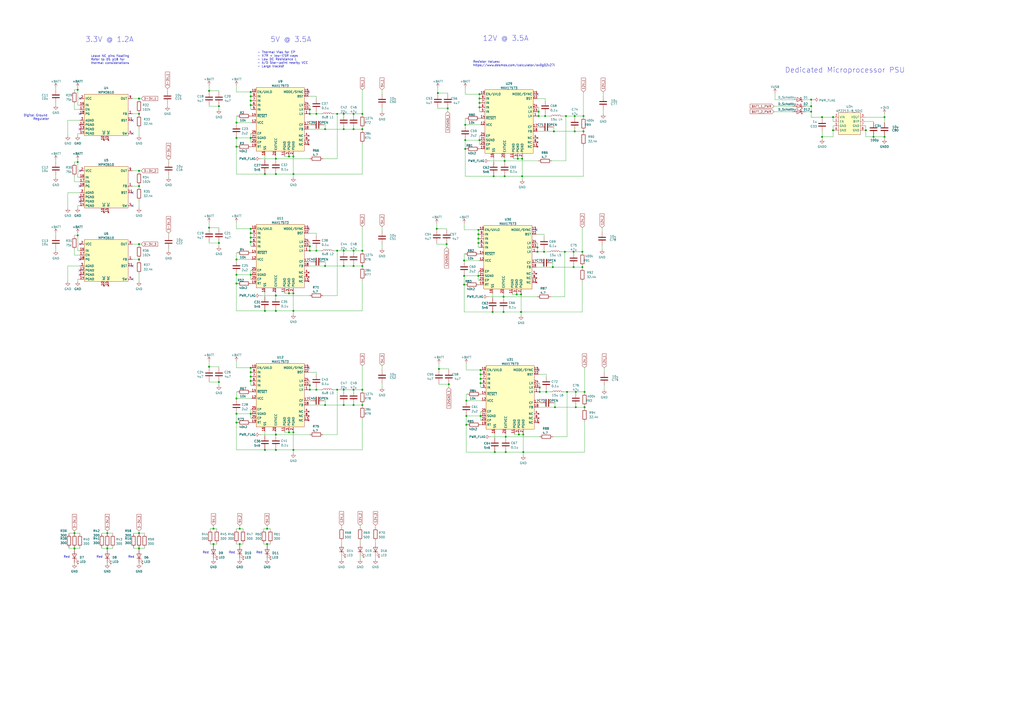
<source format=kicad_sch>
(kicad_sch (version 20211123) (generator eeschema)
  (paper "A2")
  (junction (at 170.18 90.805))
  (junction (at 476.885 79.375))
  (junction (at 145.415 55.88))
  (junction (at 160.02 100.965))
  (junction (at 170.18 250.825))
  (junction (at 292.1 172.085))
  (junction (at 80.645 318.135))
  (junction (at 160.02 252.095))
  (junction (at 137.16 245.11))
  (junction (at 286.385 102.235))
  (junction (at 269.875 86.36))
  (junction (at 195.58 226.06))
  (junction (at 311.785 143.51))
  (junction (at 303.53 252.095))
  (junction (at 483.235 75.565))
  (junction (at 339.09 236.22))
  (junction (at 188.595 234.95))
  (junction (at 145.415 80.01))
  (junction (at 45.085 93.98))
  (junction (at 145.415 60.96))
  (junction (at 210.185 226.06))
  (junction (at 292.735 102.235))
  (junction (at 278.13 57.15))
  (junction (at 205.105 74.93))
  (junction (at 313.055 224.79))
  (junction (at 179.705 226.06))
  (junction (at 80.645 141.605))
  (junction (at 145.415 213.36))
  (junction (at 506.73 79.375))
  (junction (at 513.08 67.945))
  (junction (at 260.35 222.885))
  (junction (at 205.105 234.95))
  (junction (at 315.595 146.05))
  (junction (at 313.055 227.33))
  (junction (at 254.635 213.995))
  (junction (at 277.495 140.97))
  (junction (at 269.24 160.02))
  (junction (at 188.595 154.305))
  (junction (at 80.645 66.04))
  (junction (at 170.18 100.965))
  (junction (at 278.13 59.69))
  (junction (at 285.75 180.975))
  (junction (at 199.39 66.04))
  (junction (at 337.82 146.05))
  (junction (at 145.415 135.255))
  (junction (at 277.495 133.35))
  (junction (at 121.285 132.08))
  (junction (at 145.415 140.335))
  (junction (at 302.895 102.235))
  (junction (at 179.705 142.875))
  (junction (at 299.72 170.815))
  (junction (at 153.67 260.985))
  (junction (at 62.23 318.135))
  (junction (at 328.295 67.31))
  (junction (at 170.18 180.34))
  (junction (at 80.645 309.245))
  (junction (at 121.285 52.705))
  (junction (at 269.24 151.13))
  (junction (at 316.865 227.33))
  (junction (at 137.16 159.385))
  (junction (at 303.53 262.255))
  (junction (at 300.99 252.095))
  (junction (at 339.09 227.33))
  (junction (at 137.16 240.03))
  (junction (at 470.535 61.595))
  (junction (at 320.675 154.94))
  (junction (at 316.23 67.31))
  (junction (at 127 221.615))
  (junction (at 145.415 220.98))
  (junction (at 259.08 141.605))
  (junction (at 292.735 93.345))
  (junction (at 145.415 159.385))
  (junction (at 321.945 236.22))
  (junction (at 292.1 180.975))
  (junction (at 470.535 64.77))
  (junction (at 199.39 226.06))
  (junction (at 167.64 90.805))
  (junction (at 145.415 53.34))
  (junction (at 167.64 170.18))
  (junction (at 269.875 81.28))
  (junction (at 328.93 227.33))
  (junction (at 170.18 260.985))
  (junction (at 183.515 145.415))
  (junction (at 80.645 107.95))
  (junction (at 210.185 234.95))
  (junction (at 137.16 231.14))
  (junction (at 154.94 306.705))
  (junction (at 167.64 250.825))
  (junction (at 277.495 160.02))
  (junction (at 302.26 170.815))
  (junction (at 139.065 315.595))
  (junction (at 293.37 253.365))
  (junction (at 278.13 81.28))
  (junction (at 338.455 67.31))
  (junction (at 270.51 232.41))
  (junction (at 210.185 74.93))
  (junction (at 137.16 85.09))
  (junction (at 195.58 66.04))
  (junction (at 269.875 72.39))
  (junction (at 270.51 246.38))
  (junction (at 179.705 63.5))
  (junction (at 210.185 145.415))
  (junction (at 62.23 309.245))
  (junction (at 278.13 62.23))
  (junction (at 278.765 219.71))
  (junction (at 188.595 74.93))
  (junction (at 302.895 92.075))
  (junction (at 287.02 262.255))
  (junction (at 153.67 100.965))
  (junction (at 470.535 57.785))
  (junction (at 160.02 180.34))
  (junction (at 205.105 226.06))
  (junction (at 300.355 92.075))
  (junction (at 170.18 170.18))
  (junction (at 199.39 74.93))
  (junction (at 145.415 132.715))
  (junction (at 254 53.975))
  (junction (at 137.16 164.465))
  (junction (at 476.885 67.945))
  (junction (at 123.825 315.595))
  (junction (at 145.415 215.9))
  (junction (at 43.18 309.245))
  (junction (at 483.235 67.945))
  (junction (at 311.785 146.05))
  (junction (at 293.37 262.255))
  (junction (at 160.02 171.45))
  (junction (at 278.765 214.63))
  (junction (at 205.105 145.415))
  (junction (at 160.02 260.985))
  (junction (at 253.365 132.715))
  (junction (at 332.74 146.05))
  (junction (at 270.51 241.3))
  (junction (at 278.13 54.61))
  (junction (at 154.94 315.595))
  (junction (at 139.065 306.705))
  (junction (at 145.415 58.42))
  (junction (at 199.39 145.415))
  (junction (at 278.765 222.25))
  (junction (at 183.515 66.04))
  (junction (at 277.495 135.89))
  (junction (at 179.705 66.04))
  (junction (at 199.39 234.95))
  (junction (at 210.185 154.305))
  (junction (at 338.455 76.2))
  (junction (at 321.31 76.2))
  (junction (at 513.08 79.375))
  (junction (at 312.42 64.77))
  (junction (at 332.74 154.94))
  (junction (at 80.645 57.15))
  (junction (at 145.415 218.44))
  (junction (at 179.705 223.52))
  (junction (at 121.285 212.725))
  (junction (at 195.58 145.415))
  (junction (at 183.515 226.06))
  (junction (at 127 140.97))
  (junction (at 333.375 76.2))
  (junction (at 160.02 92.075))
  (junction (at 502.285 75.565))
  (junction (at 269.24 165.1))
  (junction (at 278.765 217.17))
  (junction (at 179.705 145.415))
  (junction (at 123.825 306.705))
  (junction (at 312.42 67.31))
  (junction (at 153.67 180.34))
  (junction (at 145.415 137.795))
  (junction (at 259.715 62.865))
  (junction (at 327.66 146.05))
  (junction (at 127 61.595))
  (junction (at 137.16 80.01))
  (junction (at 210.185 66.04))
  (junction (at 137.16 150.495))
  (junction (at 205.105 154.305))
  (junction (at 145.415 240.03))
  (junction (at 45.085 52.07))
  (junction (at 80.645 150.495))
  (junction (at 334.01 227.33))
  (junction (at 199.39 154.305))
  (junction (at 277.495 138.43))
  (junction (at 205.105 66.04))
  (junction (at 333.375 67.31))
  (junction (at 80.645 99.06))
  (junction (at 278.765 241.3))
  (junction (at 43.18 318.135))
  (junction (at 334.01 236.22))
  (junction (at 337.82 154.94))
  (junction (at 137.16 71.12))
  (junction (at 45.085 136.525))
  (junction (at 302.26 180.975))
  (no_connect (at 46.355 74.93))
  (no_connect (at 76.835 119.38))
  (no_connect (at 46.355 150.495))
  (no_connect (at 179.07 213.36))
  (no_connect (at 46.355 107.95))
  (no_connect (at 179.07 132.715))
  (no_connect (at 76.835 111.76))
  (no_connect (at 76.835 77.47))
  (no_connect (at 46.355 159.385))
  (no_connect (at 312.42 214.63))
  (no_connect (at 311.15 133.35))
  (no_connect (at 76.835 154.305))
  (no_connect (at 76.835 69.85))
  (no_connect (at 46.355 114.3))
  (no_connect (at 46.355 156.845))
  (no_connect (at 46.355 72.39))
  (no_connect (at 46.355 66.04))
  (no_connect (at 76.835 161.925))
  (no_connect (at 46.355 57.15))
  (no_connect (at 46.355 99.06))
  (no_connect (at 46.355 141.605))
  (no_connect (at 311.785 54.61))
  (no_connect (at 179.07 53.34))
  (no_connect (at 46.355 116.84))
  (wire (pts (xy 146.05 150.495) (xy 137.16 150.495)))
  (wire (pts (xy 46.355 309.88) (xy 46.355 309.245)))
  (wire (pts (xy 62.23 318.135) (xy 65.405 318.135)))
  (wire (pts (xy 210.185 234.95) (xy 205.105 234.95)))
  (wire (pts (xy 137.16 164.465) (xy 137.795 164.465)))
  (wire (pts (xy 277.495 135.89) (xy 278.13 135.89)))
  (wire (pts (xy 205.105 153.67) (xy 205.105 154.305)))
  (wire (pts (xy 179.07 74.93) (xy 188.595 74.93)))
  (wire (pts (xy 205.105 146.05) (xy 205.105 145.415)))
  (wire (pts (xy 151.13 252.095) (xy 160.02 252.095)))
  (wire (pts (xy 187.96 151.765) (xy 188.595 151.765)))
  (wire (pts (xy 326.39 67.31) (xy 328.295 67.31)))
  (wire (pts (xy 313.055 224.79) (xy 312.42 224.79)))
  (wire (pts (xy 260.35 214.63) (xy 260.35 213.995)))
  (wire (pts (xy 179.07 60.96) (xy 179.705 60.96)))
  (wire (pts (xy 253.365 141.605) (xy 253.365 140.97)))
  (wire (pts (xy 80.645 318.135) (xy 83.82 318.135)))
  (wire (pts (xy 297.815 92.075) (xy 300.355 92.075)))
  (wire (pts (xy 145.415 60.96) (xy 145.415 63.5)))
  (wire (pts (xy 195.58 252.095) (xy 195.58 226.06)))
  (wire (pts (xy 137.16 85.09) (xy 137.795 85.09)))
  (wire (pts (xy 137.16 132.715) (xy 137.16 128.905)))
  (wire (pts (xy 121.285 52.705) (xy 121.285 53.34)))
  (wire (pts (xy 278.765 224.79) (xy 279.4 224.79)))
  (wire (pts (xy 160.02 100.965) (xy 170.18 100.965)))
  (wire (pts (xy 279.4 232.41) (xy 270.51 232.41)))
  (wire (pts (xy 156.845 314.96) (xy 156.845 315.595)))
  (wire (pts (xy 278.13 59.69) (xy 278.765 59.69)))
  (wire (pts (xy 253.365 129.54) (xy 253.365 132.715)))
  (wire (pts (xy 205.105 145.415) (xy 210.185 145.415)))
  (wire (pts (xy 153.67 169.545) (xy 153.67 172.085)))
  (wire (pts (xy 217.805 322.58) (xy 217.805 324.485)))
  (wire (pts (xy 483.235 75.565) (xy 483.235 79.375)))
  (wire (pts (xy 167.64 250.825) (xy 170.18 250.825)))
  (wire (pts (xy 127 221.615) (xy 127 220.98)))
  (wire (pts (xy 319.405 172.085) (xy 327.66 172.085)))
  (wire (pts (xy 46.355 63.5) (xy 43.18 63.5)))
  (wire (pts (xy 188.595 232.41) (xy 188.595 234.95)))
  (wire (pts (xy 278.765 81.28) (xy 278.13 81.28)))
  (wire (pts (xy 137.16 231.14) (xy 137.16 231.775)))
  (wire (pts (xy 205.105 74.93) (xy 199.39 74.93)))
  (wire (pts (xy 269.24 147.32) (xy 269.24 151.13)))
  (wire (pts (xy 137.16 100.965) (xy 153.67 100.965)))
  (wire (pts (xy 350.52 223.52) (xy 350.52 226.06)))
  (wire (pts (xy 470.535 64.77) (xy 470.535 67.945)))
  (wire (pts (xy 121.92 306.705) (xy 123.825 306.705)))
  (wire (pts (xy 311.785 62.23) (xy 312.42 62.23)))
  (wire (pts (xy 349.885 53.34) (xy 349.885 55.88)))
  (wire (pts (xy 269.875 86.36) (xy 269.875 102.235)))
  (wire (pts (xy 46.355 161.925) (xy 45.085 161.925)))
  (wire (pts (xy 278.765 219.71) (xy 279.4 219.71)))
  (wire (pts (xy 40.005 317.5) (xy 40.005 318.135)))
  (wire (pts (xy 270.51 241.3) (xy 270.51 246.38)))
  (wire (pts (xy 170.18 250.19) (xy 170.18 250.825)))
  (wire (pts (xy 254 53.975) (xy 254 54.61)))
  (wire (pts (xy 145.415 135.255) (xy 146.05 135.255)))
  (wire (pts (xy 278.13 151.13) (xy 269.24 151.13)))
  (wire (pts (xy 153.67 180.34) (xy 160.02 180.34)))
  (wire (pts (xy 97.79 135.255) (xy 97.79 136.525)))
  (wire (pts (xy 269.24 160.02) (xy 269.24 159.385)))
  (wire (pts (xy 311.15 152.4) (xy 312.42 152.4)))
  (wire (pts (xy 320.04 152.4) (xy 320.675 152.4)))
  (wire (pts (xy 199.39 226.06) (xy 199.39 226.695)))
  (wire (pts (xy 137.16 53.34) (xy 137.16 49.53)))
  (wire (pts (xy 302.895 92.075) (xy 302.895 102.235)))
  (wire (pts (xy 260.35 222.885) (xy 260.35 224.79)))
  (wire (pts (xy 59.055 318.135) (xy 62.23 318.135)))
  (wire (pts (xy 160.02 252.095) (xy 160.02 252.73)))
  (wire (pts (xy 76.835 57.15) (xy 80.645 57.15)))
  (wire (pts (xy 315.595 144.78) (xy 315.595 146.05)))
  (wire (pts (xy 165.1 170.18) (xy 167.64 170.18)))
  (wire (pts (xy 145.415 77.47) (xy 145.415 80.01)))
  (wire (pts (xy 160.02 179.705) (xy 160.02 180.34)))
  (wire (pts (xy 80.645 326.39) (xy 80.645 327.025)))
  (wire (pts (xy 170.18 260.985) (xy 170.18 262.89)))
  (wire (pts (xy 145.415 58.42) (xy 146.05 58.42)))
  (wire (pts (xy 320.04 93.345) (xy 328.295 93.345)))
  (wire (pts (xy 125.73 307.34) (xy 125.73 306.705)))
  (wire (pts (xy 476.885 80.645) (xy 476.885 79.375)))
  (wire (pts (xy 339.09 244.475) (xy 339.09 262.255)))
  (wire (pts (xy 467.36 61.595) (xy 470.535 61.595)))
  (wire (pts (xy 302.26 180.975) (xy 337.82 180.975)))
  (wire (pts (xy 46.355 77.47) (xy 45.085 77.47)))
  (wire (pts (xy 339.09 235.585) (xy 339.09 236.22)))
  (wire (pts (xy 210.185 226.695) (xy 210.185 226.06)))
  (wire (pts (xy 145.415 156.845) (xy 145.415 159.385)))
  (wire (pts (xy 254.635 222.885) (xy 254.635 222.25)))
  (wire (pts (xy 179.705 145.415) (xy 183.515 145.415)))
  (wire (pts (xy 145.415 213.36) (xy 145.415 215.9)))
  (wire (pts (xy 62.23 307.975) (xy 62.23 309.245)))
  (wire (pts (xy 311.785 143.51) (xy 311.785 146.05)))
  (wire (pts (xy 170.18 180.34) (xy 170.18 182.245)))
  (wire (pts (xy 137.795 146.685) (xy 137.16 146.685)))
  (wire (pts (xy 337.82 132.08) (xy 337.82 146.05)))
  (wire (pts (xy 260.35 213.995) (xy 254.635 213.995)))
  (wire (pts (xy 199.39 145.415) (xy 199.39 146.05)))
  (wire (pts (xy 297.815 91.44) (xy 297.815 92.075)))
  (wire (pts (xy 165.1 250.19) (xy 165.1 250.825)))
  (wire (pts (xy 154.94 323.85) (xy 154.94 324.485)))
  (wire (pts (xy 179.705 66.04) (xy 183.515 66.04)))
  (wire (pts (xy 80.645 309.88) (xy 80.645 309.245)))
  (wire (pts (xy 293.37 262.255) (xy 303.53 262.255)))
  (wire (pts (xy 145.415 142.875) (xy 146.05 142.875)))
  (wire (pts (xy 39.37 154.305) (xy 46.355 154.305)))
  (wire (pts (xy 59.055 309.88) (xy 59.055 309.245)))
  (wire (pts (xy 121.92 314.96) (xy 121.92 315.595)))
  (wire (pts (xy 198.12 313.69) (xy 198.12 314.96)))
  (wire (pts (xy 269.24 180.975) (xy 285.75 180.975)))
  (wire (pts (xy 501.65 67.945) (xy 513.08 67.945)))
  (wire (pts (xy 278.765 222.25) (xy 279.4 222.25)))
  (wire (pts (xy 46.355 119.38) (xy 45.085 119.38)))
  (wire (pts (xy 210.185 146.05) (xy 210.185 145.415)))
  (wire (pts (xy 153.67 260.35) (xy 153.67 260.985)))
  (wire (pts (xy 302.895 91.44) (xy 302.895 92.075)))
  (wire (pts (xy 127 132.08) (xy 121.285 132.08)))
  (wire (pts (xy 221.615 212.09) (xy 221.615 214.63)))
  (wire (pts (xy 80.645 74.295) (xy 80.645 78.74)))
  (wire (pts (xy 145.415 220.98) (xy 146.05 220.98)))
  (wire (pts (xy 43.18 93.98) (xy 45.085 93.98)))
  (wire (pts (xy 76.835 99.06) (xy 80.645 99.06)))
  (wire (pts (xy 170.18 180.34) (xy 210.185 180.34)))
  (wire (pts (xy 208.915 304.8) (xy 208.915 306.07)))
  (wire (pts (xy 80.645 99.06) (xy 81.915 99.06)))
  (wire (pts (xy 278.13 64.77) (xy 278.765 64.77)))
  (wire (pts (xy 278.765 78.74) (xy 278.13 78.74)))
  (wire (pts (xy 278.13 81.28) (xy 269.875 81.28)))
  (wire (pts (xy 46.355 145.415) (xy 45.085 145.415)))
  (wire (pts (xy 156.845 307.34) (xy 156.845 306.705)))
  (wire (pts (xy 183.515 215.9) (xy 179.07 215.9)))
  (wire (pts (xy 300.355 91.44) (xy 300.355 92.075)))
  (wire (pts (xy 221.615 131.445) (xy 221.615 133.985)))
  (wire (pts (xy 43.18 317.5) (xy 43.18 318.135)))
  (wire (pts (xy 145.415 218.44) (xy 146.05 218.44)))
  (wire (pts (xy 121.285 61.595) (xy 121.285 60.96)))
  (wire (pts (xy 121.285 132.08) (xy 121.285 132.715)))
  (wire (pts (xy 270.51 262.255) (xy 287.02 262.255)))
  (wire (pts (xy 269.875 54.61) (xy 269.875 50.8)))
  (wire (pts (xy 80.645 57.15) (xy 81.915 57.15)))
  (wire (pts (xy 154.94 316.23) (xy 154.94 315.595)))
  (wire (pts (xy 253.365 132.715) (xy 253.365 133.35)))
  (wire (pts (xy 188.595 72.39) (xy 188.595 74.93)))
  (wire (pts (xy 327.66 146.05) (xy 332.74 146.05)))
  (wire (pts (xy 127 213.36) (xy 127 212.725)))
  (wire (pts (xy 271.145 228.6) (xy 270.51 228.6)))
  (wire (pts (xy 121.92 315.595) (xy 123.825 315.595)))
  (wire (pts (xy 146.05 82.55) (xy 145.415 82.55)))
  (wire (pts (xy 43.18 144.78) (xy 43.18 147.955)))
  (wire (pts (xy 198.12 304.8) (xy 198.12 306.07)))
  (wire (pts (xy 45.085 93.98) (xy 45.085 92.71)))
  (wire (pts (xy 145.415 159.385) (xy 145.415 161.925)))
  (wire (pts (xy 315.595 135.89) (xy 311.15 135.89)))
  (wire (pts (xy 312.42 222.25) (xy 313.055 222.25)))
  (wire (pts (xy 278.765 241.3) (xy 270.51 241.3)))
  (wire (pts (xy 299.72 170.18) (xy 299.72 170.815)))
  (wire (pts (xy 146.05 161.925) (xy 145.415 161.925)))
  (wire (pts (xy 121.285 140.97) (xy 121.285 140.335)))
  (wire (pts (xy 137.16 53.34) (xy 145.415 53.34)))
  (wire (pts (xy 40.005 309.88) (xy 40.005 309.245)))
  (wire (pts (xy 328.295 67.31) (xy 333.375 67.31)))
  (wire (pts (xy 210.185 66.675) (xy 210.185 66.04)))
  (wire (pts (xy 199.39 153.67) (xy 199.39 154.305)))
  (wire (pts (xy 46.355 102.87) (xy 45.085 102.87)))
  (wire (pts (xy 179.705 220.98) (xy 179.705 223.52)))
  (wire (pts (xy 80.645 307.975) (xy 80.645 309.245)))
  (wire (pts (xy 302.26 170.18) (xy 302.26 170.815)))
  (wire (pts (xy 300.99 251.46) (xy 300.99 252.095)))
  (wire (pts (xy 145.415 80.01) (xy 145.415 82.55)))
  (wire (pts (xy 43.18 326.39) (xy 43.18 327.025)))
  (wire (pts (xy 167.64 170.18) (xy 170.18 170.18)))
  (wire (pts (xy 43.18 60.325) (xy 43.18 63.5)))
  (wire (pts (xy 311.15 140.97) (xy 311.785 140.97)))
  (wire (pts (xy 165.1 90.805) (xy 167.64 90.805)))
  (wire (pts (xy 59.055 317.5) (xy 59.055 318.135)))
  (wire (pts (xy 179.705 142.875) (xy 179.07 142.875)))
  (wire (pts (xy 287.02 262.255) (xy 293.37 262.255)))
  (wire (pts (xy 127 140.97) (xy 127 142.875)))
  (wire (pts (xy 195.58 171.45) (xy 195.58 145.415)))
  (wire (pts (xy 170.18 170.18) (xy 170.18 180.34)))
  (wire (pts (xy 145.415 63.5) (xy 146.05 63.5)))
  (wire (pts (xy 146.05 159.385) (xy 145.415 159.385)))
  (wire (pts (xy 278.13 54.61) (xy 278.13 57.15)))
  (wire (pts (xy 311.785 67.31) (xy 312.42 67.31)))
  (wire (pts (xy 43.18 318.135) (xy 46.355 318.135)))
  (wire (pts (xy 254 62.865) (xy 254 62.23)))
  (wire (pts (xy 160.02 92.075) (xy 160.02 92.71)))
  (wire (pts (xy 167.64 90.805) (xy 170.18 90.805)))
  (wire (pts (xy 483.235 73.025) (xy 483.235 75.565)))
  (wire (pts (xy 145.415 215.9) (xy 146.05 215.9)))
  (wire (pts (xy 183.515 224.79) (xy 183.515 226.06)))
  (wire (pts (xy 179.705 142.875) (xy 179.705 145.415)))
  (wire (pts (xy 339.09 236.22) (xy 339.09 236.855)))
  (wire (pts (xy 205.105 226.06) (xy 210.185 226.06)))
  (wire (pts (xy 338.455 84.455) (xy 338.455 102.235)))
  (wire (pts (xy 80.645 158.75) (xy 80.645 163.195)))
  (wire (pts (xy 137.16 180.34) (xy 153.67 180.34)))
  (wire (pts (xy 321.31 233.68) (xy 321.945 233.68)))
  (wire (pts (xy 269.875 81.28) (xy 269.875 86.36)))
  (wire (pts (xy 127 61.595) (xy 127 60.96)))
  (wire (pts (xy 145.415 240.03) (xy 145.415 242.57)))
  (wire (pts (xy 277.495 140.97) (xy 278.13 140.97)))
  (wire (pts (xy 123.825 323.85) (xy 123.825 324.485)))
  (wire (pts (xy 321.945 233.68) (xy 321.945 236.22)))
  (wire (pts (xy 278.13 162.56) (xy 277.495 162.56)))
  (wire (pts (xy 77.47 317.5) (xy 77.47 318.135)))
  (wire (pts (xy 338.455 67.945) (xy 338.455 67.31)))
  (wire (pts (xy 80.645 318.135) (xy 80.645 318.77)))
  (wire (pts (xy 160.02 169.545) (xy 160.02 171.45)))
  (wire (pts (xy 278.765 222.25) (xy 278.765 224.79)))
  (wire (pts (xy 278.765 217.17) (xy 278.765 219.71)))
  (wire (pts (xy 165.1 169.545) (xy 165.1 170.18)))
  (wire (pts (xy 303.53 251.46) (xy 303.53 252.095)))
  (wire (pts (xy 337.82 146.685) (xy 337.82 146.05)))
  (wire (pts (xy 127 221.615) (xy 127 223.52)))
  (wire (pts (xy 139.065 306.705) (xy 140.97 306.705)))
  (wire (pts (xy 325.755 146.05) (xy 327.66 146.05)))
  (wire (pts (xy 278.13 157.48) (xy 277.495 157.48)))
  (wire (pts (xy 449.58 53.975) (xy 449.58 57.785)))
  (wire (pts (xy 145.415 60.96) (xy 146.05 60.96)))
  (wire (pts (xy 278.765 214.63) (xy 279.4 214.63)))
  (wire (pts (xy 315.595 146.05) (xy 318.135 146.05)))
  (wire (pts (xy 179.705 223.52) (xy 179.705 226.06)))
  (wire (pts (xy 43.18 93.98) (xy 43.18 94.615)))
  (wire (pts (xy 349.25 132.08) (xy 349.25 134.62)))
  (wire (pts (xy 183.515 66.04) (xy 186.055 66.04)))
  (wire (pts (xy 137.16 159.385) (xy 137.16 164.465)))
  (wire (pts (xy 448.945 61.595) (xy 459.74 61.595)))
  (wire (pts (xy 121.285 61.595) (xy 127 61.595)))
  (wire (pts (xy 145.415 80.01) (xy 137.16 80.01)))
  (wire (pts (xy 316.865 218.44) (xy 316.865 217.17)))
  (wire (pts (xy 76.835 150.495) (xy 80.645 150.495)))
  (wire (pts (xy 153.035 314.96) (xy 153.035 315.595)))
  (wire (pts (xy 286.385 101.6) (xy 286.385 102.235)))
  (wire (pts (xy 350.52 213.36) (xy 350.52 215.9)))
  (wire (pts (xy 513.08 71.12) (xy 513.08 67.945)))
  (wire (pts (xy 269.875 54.61) (xy 278.13 54.61)))
  (wire (pts (xy 160.02 260.35) (xy 160.02 260.985)))
  (wire (pts (xy 278.765 238.76) (xy 278.765 241.3)))
  (wire (pts (xy 339.09 236.22) (xy 334.01 236.22)))
  (wire (pts (xy 39.37 111.76) (xy 39.37 120.65)))
  (wire (pts (xy 39.37 69.85) (xy 39.37 78.74)))
  (wire (pts (xy 140.97 307.34) (xy 140.97 306.705)))
  (wire (pts (xy 179.07 72.39) (xy 180.34 72.39)))
  (wire (pts (xy 199.39 234.315) (xy 199.39 234.95)))
  (wire (pts (xy 334.01 227.965) (xy 334.01 227.33)))
  (wire (pts (xy 292.1 172.085) (xy 311.785 172.085)))
  (wire (pts (xy 297.18 170.18) (xy 297.18 170.815)))
  (wire (pts (xy 316.865 227.33) (xy 319.405 227.33)))
  (wire (pts (xy 333.375 75.565) (xy 333.375 76.2)))
  (wire (pts (xy 210.185 234.315) (xy 210.185 234.95)))
  (wire (pts (xy 160.02 171.45) (xy 179.705 171.45)))
  (wire (pts (xy 277.495 160.02) (xy 277.495 162.56)))
  (wire (pts (xy 278.765 214.63) (xy 278.765 217.17)))
  (wire (pts (xy 269.875 147.32) (xy 269.24 147.32)))
  (wire (pts (xy 259.715 54.61) (xy 259.715 53.975)))
  (wire (pts (xy 121.285 140.97) (xy 127 140.97)))
  (wire (pts (xy 483.235 75.565) (xy 483.87 75.565)))
  (wire (pts (xy 146.05 77.47) (xy 145.415 77.47)))
  (wire (pts (xy 80.645 141.605) (xy 81.915 141.605)))
  (wire (pts (xy 513.08 78.74) (xy 513.08 79.375)))
  (wire (pts (xy 145.415 132.715) (xy 145.415 135.255)))
  (wire (pts (xy 137.16 245.11) (xy 137.16 260.985)))
  (wire (pts (xy 137.16 314.96) (xy 137.16 315.595)))
  (wire (pts (xy 76.835 141.605) (xy 80.645 141.605)))
  (wire (pts (xy 139.065 323.85) (xy 139.065 324.485)))
  (wire (pts (xy 137.16 307.34) (xy 137.16 306.705)))
  (wire (pts (xy 313.055 224.79) (xy 313.055 227.33)))
  (wire (pts (xy 167.64 90.17) (xy 167.64 90.805)))
  (wire (pts (xy 170.18 100.965) (xy 210.185 100.965)))
  (wire (pts (xy 277.495 157.48) (xy 277.495 160.02)))
  (wire (pts (xy 121.285 221.615) (xy 127 221.615)))
  (wire (pts (xy 62.23 318.135) (xy 62.23 318.77)))
  (wire (pts (xy 121.92 307.34) (xy 121.92 306.705)))
  (wire (pts (xy 80.645 116.205) (xy 80.645 120.65)))
  (wire (pts (xy 337.82 154.94) (xy 337.82 155.575)))
  (wire (pts (xy 259.08 141.605) (xy 259.08 143.51)))
  (wire (pts (xy 179.07 234.95) (xy 188.595 234.95)))
  (wire (pts (xy 140.97 314.96) (xy 140.97 315.595)))
  (wire (pts (xy 146.05 240.03) (xy 145.415 240.03)))
  (wire (pts (xy 45.085 52.07) (xy 45.085 50.8)))
  (wire (pts (xy 221.615 52.07) (xy 221.615 54.61)))
  (wire (pts (xy 199.39 145.415) (xy 205.105 145.415)))
  (wire (pts (xy 183.515 55.88) (xy 179.07 55.88)))
  (wire (pts (xy 502.285 79.375) (xy 506.73 79.375)))
  (wire (pts (xy 80.645 57.785) (xy 80.645 57.15)))
  (wire (pts (xy 298.45 251.46) (xy 298.45 252.095)))
  (wire (pts (xy 121.285 209.55) (xy 121.285 212.725)))
  (wire (pts (xy 137.16 85.09) (xy 137.16 100.965)))
  (wire (pts (xy 145.415 67.31) (xy 146.05 67.31)))
  (wire (pts (xy 137.16 260.985) (xy 153.67 260.985)))
  (wire (pts (xy 292.735 101.6) (xy 292.735 102.235)))
  (wire (pts (xy 45.085 119.38) (xy 45.085 120.65)))
  (wire (pts (xy 278.13 59.69) (xy 278.13 62.23)))
  (wire (pts (xy 277.495 140.97) (xy 277.495 143.51)))
  (wire (pts (xy 45.085 60.96) (xy 45.085 52.07)))
  (wire (pts (xy 43.18 318.135) (xy 43.18 318.77)))
  (wire (pts (xy 470.535 61.595) (xy 470.535 64.77)))
  (wire (pts (xy 179.07 145.415) (xy 179.705 145.415)))
  (wire (pts (xy 125.73 314.96) (xy 125.73 315.595)))
  (wire (pts (xy 183.515 135.255) (xy 179.07 135.255)))
  (wire (pts (xy 467.36 64.77) (xy 470.535 64.77)))
  (wire (pts (xy 170.18 169.545) (xy 170.18 170.18)))
  (wire (pts (xy 470.535 67.945) (xy 476.885 67.945)))
  (wire (pts (xy 311.785 73.66) (xy 313.055 73.66)))
  (wire (pts (xy 170.18 90.805) (xy 170.18 100.965)))
  (wire (pts (xy 210.185 243.205) (xy 210.185 260.985)))
  (wire (pts (xy 121.285 128.905) (xy 121.285 132.08)))
  (wire (pts (xy 311.785 140.97) (xy 311.785 143.51)))
  (wire (pts (xy 179.705 226.06) (xy 183.515 226.06)))
  (wire (pts (xy 210.185 162.56) (xy 210.185 180.34)))
  (wire (pts (xy 205.105 234.315) (xy 205.105 234.95)))
  (wire (pts (xy 312.42 67.31) (xy 316.23 67.31)))
  (wire (pts (xy 320.675 73.66) (xy 321.31 73.66)))
  (wire (pts (xy 179.07 232.41) (xy 180.34 232.41)))
  (wire (pts (xy 311.785 143.51) (xy 311.15 143.51)))
  (wire (pts (xy 145.415 240.03) (xy 137.16 240.03)))
  (wire (pts (xy 137.16 213.36) (xy 145.415 213.36)))
  (wire (pts (xy 303.53 252.095) (xy 303.53 262.255)))
  (wire (pts (xy 321.31 73.66) (xy 321.31 76.2)))
  (wire (pts (xy 43.18 136.525) (xy 43.18 137.16)))
  (wire (pts (xy 80.645 317.5) (xy 80.645 318.135)))
  (wire (pts (xy 145.415 237.49) (xy 145.415 240.03)))
  (wire (pts (xy 145.415 53.34) (xy 146.05 53.34)))
  (wire (pts (xy 146.05 80.01) (xy 145.415 80.01)))
  (wire (pts (xy 77.47 318.135) (xy 80.645 318.135)))
  (wire (pts (xy 145.415 58.42) (xy 145.415 60.96)))
  (wire (pts (xy 154.94 315.595) (xy 156.845 315.595)))
  (wire (pts (xy 46.355 60.96) (xy 45.085 60.96)))
  (wire (pts (xy 43.18 136.525) (xy 45.085 136.525)))
  (wire (pts (xy 327.66 172.085) (xy 327.66 146.05)))
  (wire (pts (xy 183.515 57.15) (xy 183.515 55.88)))
  (wire (pts (xy 277.495 160.02) (xy 269.24 160.02)))
  (wire (pts (xy 217.805 304.8) (xy 217.805 306.07)))
  (wire (pts (xy 137.16 67.31) (xy 137.16 71.12)))
  (wire (pts (xy 278.13 57.15) (xy 278.13 59.69)))
  (wire (pts (xy 210.185 52.07) (xy 210.185 66.04)))
  (wire (pts (xy 43.18 102.235) (xy 43.18 105.41)))
  (wire (pts (xy 179.07 220.98) (xy 179.705 220.98)))
  (wire (pts (xy 139.065 304.8) (xy 139.065 306.705)))
  (wire (pts (xy 151.13 92.075) (xy 160.02 92.075)))
  (wire (pts (xy 170.18 90.17) (xy 170.18 90.805)))
  (wire (pts (xy 80.645 66.04) (xy 80.645 66.675)))
  (wire (pts (xy 43.18 307.975) (xy 43.18 309.245)))
  (wire (pts (xy 121.285 49.53) (xy 121.285 52.705)))
  (wire (pts (xy 313.055 222.25) (xy 313.055 224.79)))
  (wire (pts (xy 277.495 138.43) (xy 278.13 138.43)))
  (wire (pts (xy 332.74 146.685) (xy 332.74 146.05)))
  (wire (pts (xy 45.085 145.415) (xy 45.085 136.525)))
  (wire (pts (xy 97.79 101.6) (xy 97.79 102.87)))
  (wire (pts (xy 97.155 51.435) (xy 97.155 52.705)))
  (wire (pts (xy 254.635 222.885) (xy 260.35 222.885)))
  (wire (pts (xy 137.16 240.03) (xy 137.16 239.395)))
  (wire (pts (xy 62.23 309.245) (xy 65.405 309.245)))
  (wire (pts (xy 137.16 150.495) (xy 137.16 151.13)))
  (wire (pts (xy 285.75 180.34) (xy 285.75 180.975)))
  (wire (pts (xy 302.895 102.235) (xy 302.895 104.14)))
  (wire (pts (xy 153.035 307.34) (xy 153.035 306.705)))
  (wire (pts (xy 45.085 161.925) (xy 45.085 163.195)))
  (wire (pts (xy 302.26 170.815) (xy 302.26 180.975)))
  (wire (pts (xy 32.385 135.255) (xy 32.385 136.525)))
  (wire (pts (xy 311.785 146.05) (xy 315.595 146.05)))
  (wire (pts (xy 123.825 306.705) (xy 125.73 306.705)))
  (wire (pts (xy 183.515 136.525) (xy 183.515 135.255)))
  (wire (pts (xy 137.16 132.715) (xy 145.415 132.715)))
  (wire (pts (xy 208.915 313.69) (xy 208.915 314.96)))
  (wire (pts (xy 312.42 227.33) (xy 313.055 227.33)))
  (wire (pts (xy 199.39 66.04) (xy 205.105 66.04)))
  (wire (pts (xy 195.58 92.075) (xy 195.58 66.04)))
  (wire (pts (xy 80.645 65.405) (xy 80.645 66.04)))
  (wire (pts (xy 183.515 145.415) (xy 186.055 145.415)))
  (wire (pts (xy 259.08 133.35) (xy 259.08 132.715)))
  (wire (pts (xy 187.96 232.41) (xy 188.595 232.41)))
  (wire (pts (xy 43.18 52.07) (xy 45.085 52.07)))
  (wire (pts (xy 45.085 136.525) (xy 45.085 135.255)))
  (wire (pts (xy 312.42 62.23) (xy 312.42 64.77)))
  (wire (pts (xy 483.235 79.375) (xy 476.885 79.375)))
  (wire (pts (xy 179.07 226.06) (xy 179.705 226.06)))
  (wire (pts (xy 199.39 226.06) (xy 205.105 226.06)))
  (wire (pts (xy 286.385 102.235) (xy 292.735 102.235)))
  (wire (pts (xy 205.105 234.95) (xy 199.39 234.95)))
  (wire (pts (xy 286.385 91.44) (xy 286.385 93.98)))
  (wire (pts (xy 210.185 74.295) (xy 210.185 74.93)))
  (wire (pts (xy 205.105 226.695) (xy 205.105 226.06)))
  (wire (pts (xy 145.415 135.255) (xy 145.415 137.795)))
  (wire (pts (xy 146.05 242.57) (xy 145.415 242.57)))
  (wire (pts (xy 32.385 92.71) (xy 32.385 93.98)))
  (wire (pts (xy 334.01 235.585) (xy 334.01 236.22)))
  (wire (pts (xy 210.185 154.305) (xy 210.185 154.94)))
  (wire (pts (xy 217.805 313.69) (xy 217.805 314.96)))
  (wire (pts (xy 145.415 137.795) (xy 145.415 140.335)))
  (wire (pts (xy 160.02 252.095) (xy 179.705 252.095)))
  (wire (pts (xy 292.1 172.085) (xy 292.1 172.72)))
  (wire (pts (xy 153.67 100.33) (xy 153.67 100.965)))
  (wire (pts (xy 269.875 81.28) (xy 269.875 80.645)))
  (wire (pts (xy 316.23 57.15) (xy 311.785 57.15)))
  (wire (pts (xy 137.16 80.01) (xy 137.16 79.375)))
  (wire (pts (xy 210.185 74.93) (xy 210.185 75.565)))
  (wire (pts (xy 300.355 92.075) (xy 302.895 92.075)))
  (wire (pts (xy 80.645 309.245) (xy 83.82 309.245)))
  (wire (pts (xy 46.355 147.955) (xy 43.18 147.955)))
  (wire (pts (xy 137.16 213.36) (xy 137.16 209.55)))
  (wire (pts (xy 311.15 154.94) (xy 320.675 154.94)))
  (wire (pts (xy 277.495 133.35) (xy 277.495 135.89)))
  (wire (pts (xy 160.02 100.33) (xy 160.02 100.965)))
  (wire (pts (xy 97.155 60.325) (xy 97.155 61.595)))
  (wire (pts (xy 278.765 72.39) (xy 269.875 72.39)))
  (wire (pts (xy 137.16 240.03) (xy 137.16 245.11)))
  (wire (pts (xy 293.37 251.46) (xy 293.37 253.365)))
  (wire (pts (xy 137.795 67.31) (xy 137.16 67.31)))
  (wire (pts (xy 187.325 92.075) (xy 195.58 92.075)))
  (wire (pts (xy 97.79 92.71) (xy 97.79 93.98)))
  (wire (pts (xy 270.51 214.63) (xy 270.51 210.82)))
  (wire (pts (xy 170.18 260.985) (xy 210.185 260.985)))
  (wire (pts (xy 179.705 140.335) (xy 179.705 142.875)))
  (wire (pts (xy 312.42 236.22) (xy 321.945 236.22)))
  (wire (pts (xy 170.18 100.965) (xy 170.18 102.87)))
  (wire (pts (xy 292.1 170.18) (xy 292.1 172.085)))
  (wire (pts (xy 195.58 226.06) (xy 199.39 226.06)))
  (wire (pts (xy 179.07 66.04) (xy 179.705 66.04)))
  (wire (pts (xy 32.385 59.69) (xy 32.385 60.96)))
  (wire (pts (xy 332.74 146.05) (xy 337.82 146.05)))
  (wire (pts (xy 315.595 137.16) (xy 315.595 135.89)))
  (wire (pts (xy 65.405 317.5) (xy 65.405 318.135)))
  (wire (pts (xy 80.645 99.695) (xy 80.645 99.06)))
  (wire (pts (xy 80.645 107.315) (xy 80.645 107.95)))
  (wire (pts (xy 205.105 74.295) (xy 205.105 74.93)))
  (wire (pts (xy 183.515 226.06) (xy 186.055 226.06)))
  (wire (pts (xy 349.885 63.5) (xy 349.885 66.04)))
  (wire (pts (xy 97.79 144.145) (xy 97.79 145.415)))
  (wire (pts (xy 127 140.97) (xy 127 140.335)))
  (wire (pts (xy 145.415 227.33) (xy 146.05 227.33)))
  (wire (pts (xy 270.51 232.41) (xy 270.51 233.045)))
  (wire (pts (xy 277.495 147.32) (xy 278.13 147.32)))
  (wire (pts (xy 321.945 236.22) (xy 334.01 236.22)))
  (wire (pts (xy 297.18 170.815) (xy 299.72 170.815)))
  (wire (pts (xy 501.65 75.565) (xy 502.285 75.565)))
  (wire (pts (xy 127 52.705) (xy 121.285 52.705)))
  (wire (pts (xy 292.735 91.44) (xy 292.735 93.345)))
  (wire (pts (xy 221.615 62.23) (xy 221.615 64.77)))
  (wire (pts (xy 123.825 315.595) (xy 125.73 315.595)))
  (wire (pts (xy 311.15 146.05) (xy 311.785 146.05)))
  (wire (pts (xy 179.07 154.305) (xy 188.595 154.305)))
  (wire (pts (xy 287.02 261.62) (xy 287.02 262.255)))
  (wire (pts (xy 328.93 253.365) (xy 328.93 227.33)))
  (wire (pts (xy 259.715 53.975) (xy 254 53.975)))
  (wire (pts (xy 259.08 141.605) (xy 259.08 140.97)))
  (wire (pts (xy 153.67 100.965) (xy 160.02 100.965)))
  (wire (pts (xy 269.875 102.235) (xy 286.385 102.235)))
  (wire (pts (xy 80.645 107.95) (xy 80.645 108.585)))
  (wire (pts (xy 476.885 68.58) (xy 476.885 67.945)))
  (wire (pts (xy 123.825 316.23) (xy 123.825 315.595)))
  (wire (pts (xy 187.325 171.45) (xy 195.58 171.45)))
  (wire (pts (xy 253.365 141.605) (xy 259.08 141.605)))
  (wire (pts (xy 165.1 250.825) (xy 167.64 250.825)))
  (wire (pts (xy 210.185 212.09) (xy 210.185 226.06)))
  (wire (pts (xy 337.82 154.94) (xy 332.74 154.94)))
  (wire (pts (xy 337.82 154.305) (xy 337.82 154.94)))
  (wire (pts (xy 179.07 151.765) (xy 180.34 151.765)))
  (wire (pts (xy 279.4 243.84) (xy 278.765 243.84)))
  (wire (pts (xy 311.785 76.2) (xy 321.31 76.2)))
  (wire (pts (xy 153.67 90.17) (xy 153.67 92.71)))
  (wire (pts (xy 278.765 241.3) (xy 278.765 243.84)))
  (wire (pts (xy 448.945 64.77) (xy 459.74 64.77)))
  (wire (pts (xy 62.23 326.39) (xy 62.23 327.025)))
  (wire (pts (xy 483.235 73.025) (xy 483.87 73.025)))
  (wire (pts (xy 270.51 214.63) (xy 278.765 214.63)))
  (wire (pts (xy 137.16 159.385) (xy 137.16 158.75)))
  (wire (pts (xy 145.415 85.09) (xy 146.05 85.09)))
  (wire (pts (xy 338.455 76.2) (xy 338.455 76.835)))
  (wire (pts (xy 188.595 154.305) (xy 199.39 154.305)))
  (wire (pts (xy 501.65 73.025) (xy 502.285 73.025)))
  (wire (pts (xy 170.18 250.825) (xy 170.18 260.985)))
  (wire (pts (xy 43.18 309.245) (xy 46.355 309.245)))
  (wire (pts (xy 506.73 70.485) (xy 501.65 70.485)))
  (wire (pts (xy 316.865 226.06) (xy 316.865 227.33)))
  (wire (pts (xy 312.42 64.77) (xy 311.785 64.77)))
  (wire (pts (xy 293.37 261.62) (xy 293.37 262.255)))
  (wire (pts (xy 59.055 309.245) (xy 62.23 309.245)))
  (wire (pts (xy 328.93 227.33) (xy 334.01 227.33)))
  (wire (pts (xy 327.025 227.33) (xy 328.93 227.33)))
  (wire (pts (xy 210.185 234.95) (xy 210.185 235.585)))
  (wire (pts (xy 40.005 318.135) (xy 43.18 318.135)))
  (wire (pts (xy 278.13 54.61) (xy 278.765 54.61)))
  (wire (pts (xy 80.645 150.495) (xy 80.645 151.13)))
  (wire (pts (xy 270.51 241.3) (xy 270.51 240.665)))
  (wire (pts (xy 278.765 83.82) (xy 278.13 83.82)))
  (wire (pts (xy 449.58 57.785) (xy 459.74 57.785)))
  (wire (pts (xy 277.495 133.35) (xy 278.13 133.35)))
  (wire (pts (xy 205.105 66.675) (xy 205.105 66.04)))
  (wire (pts (xy 187.325 252.095) (xy 195.58 252.095)))
  (wire (pts (xy 137.16 227.33) (xy 137.16 231.14)))
  (wire (pts (xy 199.39 66.04) (xy 199.39 66.675)))
  (wire (pts (xy 123.825 304.8) (xy 123.825 306.705)))
  (wire (pts (xy 506.73 79.375) (xy 506.73 78.74)))
  (wire (pts (xy 502.285 73.025) (xy 502.285 75.565)))
  (wire (pts (xy 121.285 221.615) (xy 121.285 220.98)))
  (wire (pts (xy 77.47 309.245) (xy 80.645 309.245)))
  (wire (pts (xy 137.16 164.465) (xy 137.16 180.34)))
  (wire (pts (xy 287.02 251.46) (xy 287.02 254)))
  (wire (pts (xy 153.67 260.985) (xy 160.02 260.985)))
  (wire (pts (xy 32.385 101.6) (xy 32.385 102.87)))
  (wire (pts (xy 269.875 86.36) (xy 270.51 86.36)))
  (wire (pts (xy 145.415 146.685) (xy 146.05 146.685)))
  (wire (pts (xy 45.085 77.47) (xy 45.085 78.74)))
  (wire (pts (xy 300.99 252.095) (xy 303.53 252.095)))
  (wire (pts (xy 145.415 140.335) (xy 145.415 142.875)))
  (wire (pts (xy 153.67 250.19) (xy 153.67 252.73)))
  (wire (pts (xy 339.09 213.36) (xy 339.09 227.33)))
  (wire (pts (xy 269.24 133.35) (xy 277.495 133.35)))
  (wire (pts (xy 145.415 218.44) (xy 145.415 220.98)))
  (wire (pts (xy 179.705 60.96) (xy 179.705 63.5)))
  (wire (pts (xy 279.4 241.3) (xy 278.765 241.3)))
  (wire (pts (xy 167.64 250.19) (xy 167.64 250.825)))
  (wire (pts (xy 139.065 315.595) (xy 140.97 315.595)))
  (wire (pts (xy 221.615 141.605) (xy 221.615 144.145)))
  (wire (pts (xy 316.865 217.17) (xy 312.42 217.17)))
  (wire (pts (xy 210.185 83.185) (xy 210.185 100.965)))
  (wire (pts (xy 139.065 316.23) (xy 139.065 315.595)))
  (wire (pts (xy 154.94 306.705) (xy 156.845 306.705)))
  (wire (pts (xy 179.07 140.335) (xy 179.705 140.335)))
  (wire (pts (xy 269.875 68.58) (xy 269.875 72.39)))
  (wire (pts (xy 259.715 62.865) (xy 259.715 64.77)))
  (wire (pts (xy 167.64 169.545) (xy 167.64 170.18)))
  (wire (pts (xy 45.085 102.87) (xy 45.085 93.98)))
  (wire (pts (xy 195.58 66.04) (xy 199.39 66.04)))
  (wire (pts (xy 321.31 76.2) (xy 333.375 76.2)))
  (wire (pts (xy 269.24 165.1) (xy 269.24 180.975)))
  (wire (pts (xy 483.87 70.485) (xy 483.235 70.485)))
  (wire (pts (xy 145.415 213.36) (xy 146.05 213.36)))
  (wire (pts (xy 254 62.865) (xy 259.715 62.865)))
  (wire (pts (xy 470.535 57.785) (xy 470.535 61.595)))
  (wire (pts (xy 187.96 72.39) (xy 188.595 72.39)))
  (wire (pts (xy 76.835 107.95) (xy 80.645 107.95)))
  (wire (pts (xy 160.02 90.17) (xy 160.02 92.075)))
  (wire (pts (xy 270.51 68.58) (xy 269.875 68.58)))
  (wire (pts (xy 183.515 144.145) (xy 183.515 145.415)))
  (wire (pts (xy 316.23 67.31) (xy 318.77 67.31)))
  (wire (pts (xy 299.72 170.815) (xy 302.26 170.815)))
  (wire (pts (xy 193.675 145.415) (xy 195.58 145.415)))
  (wire (pts (xy 146.05 231.14) (xy 137.16 231.14)))
  (wire (pts (xy 154.94 304.8) (xy 154.94 306.705)))
  (wire (pts (xy 83.82 309.88) (xy 83.82 309.245)))
  (wire (pts (xy 208.915 322.58) (xy 208.915 324.485)))
  (wire (pts (xy 278.13 86.36) (xy 278.765 86.36)))
  (wire (pts (xy 39.37 154.305) (xy 39.37 163.195)))
  (wire (pts (xy 303.53 262.255) (xy 339.09 262.255)))
  (wire (pts (xy 146.05 237.49) (xy 145.415 237.49)))
  (wire (pts (xy 62.23 317.5) (xy 62.23 318.135)))
  (wire (pts (xy 259.08 132.715) (xy 253.365 132.715)))
  (wire (pts (xy 188.595 74.93) (xy 199.39 74.93)))
  (wire (pts (xy 298.45 252.095) (xy 300.99 252.095)))
  (wire (pts (xy 338.455 53.34) (xy 338.455 67.31)))
  (wire (pts (xy 127 212.725) (xy 121.285 212.725)))
  (wire (pts (xy 205.105 66.04) (xy 210.185 66.04)))
  (wire (pts (xy 337.82 163.195) (xy 337.82 180.975)))
  (wire (pts (xy 471.805 57.785) (xy 470.535 57.785)))
  (wire (pts (xy 146.05 156.845) (xy 145.415 156.845)))
  (wire (pts (xy 320.675 154.94) (xy 332.74 154.94)))
  (wire (pts (xy 199.39 74.295) (xy 199.39 74.93)))
  (wire (pts (xy 320.675 253.365) (xy 328.93 253.365)))
  (wire (pts (xy 269.24 160.02) (xy 269.24 165.1)))
  (wire (pts (xy 137.16 80.01) (xy 137.16 85.09)))
  (wire (pts (xy 145.415 245.11) (xy 146.05 245.11)))
  (wire (pts (xy 179.705 223.52) (xy 179.07 223.52)))
  (wire (pts (xy 80.645 142.24) (xy 80.645 141.605)))
  (wire (pts (xy 277.495 165.1) (xy 278.13 165.1)))
  (wire (pts (xy 483.235 70.485) (xy 483.235 67.945)))
  (wire (pts (xy 145.415 53.34) (xy 145.415 55.88)))
  (wire (pts (xy 43.18 52.07) (xy 43.18 52.705)))
  (wire (pts (xy 32.385 144.145) (xy 32.385 145.415)))
  (wire (pts (xy 210.185 153.67) (xy 210.185 154.305)))
  (wire (pts (xy 476.885 76.2) (xy 476.885 79.375)))
  (wire (pts (xy 160.02 171.45) (xy 160.02 172.085)))
  (wire (pts (xy 153.035 315.595) (xy 154.94 315.595)))
  (wire (pts (xy 283.21 172.085) (xy 292.1 172.085)))
  (wire (pts (xy 278.13 81.28) (xy 278.13 83.82)))
  (wire (pts (xy 333.375 67.945) (xy 333.375 67.31)))
  (wire (pts (xy 137.16 306.705) (xy 139.065 306.705)))
  (wire (pts (xy 283.845 93.345) (xy 292.735 93.345)))
  (wire (pts (xy 278.13 57.15) (xy 278.765 57.15)))
  (wire (pts (xy 151.13 171.45) (xy 160.02 171.45)))
  (wire (pts (xy 254 50.8) (xy 254 53.975)))
  (wire (pts (xy 183.515 64.77) (xy 183.515 66.04)))
  (wire (pts (xy 270.51 246.38) (xy 271.145 246.38)))
  (wire (pts (xy 502.285 75.565) (xy 502.285 79.375)))
  (wire (pts (xy 210.185 74.93) (xy 205.105 74.93)))
  (wire (pts (xy 278.765 219.71) (xy 278.765 222.25)))
  (wire (pts (xy 160.02 260.985) (xy 170.18 260.985)))
  (wire (pts (xy 333.375 67.31) (xy 338.455 67.31)))
  (wire (pts (xy 316.23 66.04) (xy 316.23 67.31)))
  (wire (pts (xy 285.75 170.18) (xy 285.75 172.72)))
  (wire (pts (xy 121.285 212.725) (xy 121.285 213.36)))
  (wire (pts (xy 467.36 57.785) (xy 470.535 57.785)))
  (wire (pts (xy 43.18 309.88) (xy 43.18 309.245)))
  (wire (pts (xy 76.835 66.04) (xy 80.645 66.04)))
  (wire (pts (xy 269.24 151.13) (xy 269.24 151.765)))
  (wire (pts (xy 302.895 102.235) (xy 338.455 102.235)))
  (wire (pts (xy 188.595 151.765) (xy 188.595 154.305)))
  (wire (pts (xy 338.455 76.2) (xy 333.375 76.2)))
  (wire (pts (xy 39.37 69.85) (xy 46.355 69.85)))
  (wire (pts (xy 254.635 210.82) (xy 254.635 213.995)))
  (wire (pts (xy 476.885 67.945) (xy 483.235 67.945)))
  (wire (pts (xy 83.82 317.5) (xy 83.82 318.135)))
  (wire (pts (xy 160.02 92.075) (xy 179.705 92.075)))
  (wire (pts (xy 137.16 146.685) (xy 137.16 150.495)))
  (wire (pts (xy 278.13 78.74) (xy 278.13 81.28)))
  (wire (pts (xy 32.385 50.8) (xy 32.385 52.07)))
  (wire (pts (xy 145.415 215.9) (xy 145.415 218.44)))
  (wire (pts (xy 127 61.595) (xy 127 63.5)))
  (wire (pts (xy 293.37 253.365) (xy 313.055 253.365)))
  (wire (pts (xy 210.185 154.305) (xy 205.105 154.305)))
  (wire (pts (xy 506.73 71.12) (xy 506.73 70.485)))
  (wire (pts (xy 269.875 72.39) (xy 269.875 73.025)))
  (wire (pts (xy 292.1 180.975) (xy 302.26 180.975)))
  (wire (pts (xy 145.415 132.715) (xy 146.05 132.715)))
  (wire (pts (xy 153.67 179.705) (xy 153.67 180.34)))
  (wire (pts (xy 137.795 227.33) (xy 137.16 227.33)))
  (wire (pts (xy 179.705 63.5) (xy 179.705 66.04)))
  (wire (pts (xy 65.405 309.88) (xy 65.405 309.245)))
  (wire (pts (xy 278.765 217.17) (xy 279.4 217.17)))
  (wire (pts (xy 127 132.715) (xy 127 132.08)))
  (wire (pts (xy 277.495 143.51) (xy 278.13 143.51)))
  (wire (pts (xy 278.13 160.02) (xy 277.495 160.02)))
  (wire (pts (xy 145.415 164.465) (xy 146.05 164.465)))
  (wire (pts (xy 254.635 213.995) (xy 254.635 214.63)))
  (wire (pts (xy 145.415 220.98) (xy 145.415 223.52)))
  (wire (pts (xy 127 53.34) (xy 127 52.705)))
  (wire (pts (xy 339.09 227.965) (xy 339.09 227.33)))
  (wire (pts (xy 40.005 309.245) (xy 43.18 309.245)))
  (wire (pts (xy 513.08 79.375) (xy 513.08 80.645)))
  (wire (pts (xy 46.355 317.5) (xy 46.355 318.135)))
  (wire (pts (xy 46.355 105.41) (xy 43.18 105.41)))
  (wire (pts (xy 195.58 145.415) (xy 199.39 145.415)))
  (wire (pts (xy 334.01 227.33) (xy 339.09 227.33)))
  (wire (pts (xy 292.735 102.235) (xy 302.895 102.235)))
  (wire (pts (xy 279.4 238.76) (xy 278.765 238.76)))
  (wire (pts (xy 277.495 138.43) (xy 277.495 140.97)))
  (wire (pts (xy 269.24 133.35) (xy 269.24 129.54)))
  (wire (pts (xy 269.24 165.1) (xy 269.875 165.1)))
  (wire (pts (xy 153.035 306.705) (xy 154.94 306.705)))
  (wire (pts (xy 179.705 63.5) (xy 179.07 63.5)))
  (wire (pts (xy 183.515 217.17) (xy 183.515 215.9)))
  (wire (pts (xy 320.675 152.4) (xy 320.675 154.94)))
  (wire (pts (xy 328.295 93.345) (xy 328.295 67.31)))
  (wire (pts (xy 302.26 180.975) (xy 302.26 182.88)))
  (wire (pts (xy 278.765 228.6) (xy 279.4 228.6)))
  (wire (pts (xy 313.055 227.33) (xy 316.865 227.33)))
  (wire (pts (xy 39.37 111.76) (xy 46.355 111.76)))
  (wire (pts (xy 483.235 67.945) (xy 483.87 67.945)))
  (wire (pts (xy 312.42 64.77) (xy 312.42 67.31)))
  (wire (pts (xy 146.05 71.12) (xy 137.16 71.12)))
  (wire (pts (xy 292.735 93.345) (xy 292.735 93.98)))
  (wire (pts (xy 80.645 149.86) (xy 80.645 150.495)))
  (wire (pts (xy 259.715 62.865) (xy 259.715 62.23)))
  (wire (pts (xy 303.53 262.255) (xy 303.53 264.16)))
  (wire (pts (xy 277.495 135.89) (xy 277.495 138.43)))
  (wire (pts (xy 145.415 137.795) (xy 146.05 137.795)))
  (wire (pts (xy 145.415 140.335) (xy 146.05 140.335)))
  (wire (pts (xy 193.675 66.04) (xy 195.58 66.04)))
  (wire (pts (xy 260.35 222.885) (xy 260.35 222.25)))
  (wire (pts (xy 145.415 223.52) (xy 146.05 223.52)))
  (wire (pts (xy 210.185 131.445) (xy 210.185 145.415)))
  (wire (pts (xy 145.415 159.385) (xy 137.16 159.385)))
  (wire (pts (xy 312.42 233.68) (xy 313.69 233.68)))
  (wire (pts (xy 205.105 154.305) (xy 199.39 154.305)))
  (wire (pts (xy 160.02 180.34) (xy 170.18 180.34)))
  (wire (pts (xy 513.08 66.04) (xy 513.08 67.945)))
  (wire (pts (xy 349.25 142.24) (xy 349.25 144.78)))
  (wire (pts (xy 160.02 250.19) (xy 160.02 252.095)))
  (wire (pts (xy 193.675 226.06) (xy 195.58 226.06)))
  (wire (pts (xy 137.16 245.11) (xy 137.795 245.11)))
  (wire (pts (xy 278.13 62.23) (xy 278.13 64.77)))
  (wire (pts (xy 293.37 253.365) (xy 293.37 254)))
  (wire (pts (xy 165.1 90.17) (xy 165.1 90.805)))
  (wire (pts (xy 506.73 79.375) (xy 513.08 79.375)))
  (wire (pts (xy 62.23 309.88) (xy 62.23 309.245)))
  (wire (pts (xy 284.48 253.365) (xy 293.37 253.365)))
  (wire (pts (xy 137.16 315.595) (xy 139.065 315.595)))
  (wire (pts (xy 137.16 71.12) (xy 137.16 71.755)))
  (wire (pts (xy 77.47 309.88) (xy 77.47 309.245)))
  (wire (pts (xy 198.12 322.58) (xy 198.12 324.485)))
  (wire (pts (xy 270.51 246.38) (xy 270.51 262.255)))
  (wire (pts (xy 145.415 55.88) (xy 145.415 58.42)))
  (wire (pts (xy 285.75 180.975) (xy 292.1 180.975)))
  (wire (pts (xy 188.595 234.95) (xy 199.39 234.95)))
  (wire (pts (xy 338.455 75.565) (xy 338.455 76.2)))
  (wire (pts (xy 221.615 222.25) (xy 221.615 224.79)))
  (wire (pts (xy 332.74 154.305) (xy 332.74 154.94)))
  (wire (pts (xy 270.51 228.6) (xy 270.51 232.41)))
  (wire (pts (xy 145.415 55.88) (xy 146.05 55.88)))
  (wire (pts (xy 278.765 246.38) (xy 279.4 246.38)))
  (wire (pts (xy 292.735 93.345) (xy 312.42 93.345)))
  (wire (pts (xy 278.13 62.23) (xy 278.765 62.23)))
  (wire (pts (xy 278.13 68.58) (xy 278.765 68.58)))
  (wire (pts (xy 292.1 180.34) (xy 292.1 180.975)))
  (wire (pts (xy 316.23 58.42) (xy 316.23 57.15)))
  (text "Red" (at 36.83 323.85 0) (effects (font (size 1.27 1.27)) (justify left bottom)))
  (text "Red" (at 132.715 321.31 0) (effects (font (size 1.27 1.27)) (justify left bottom)))
  (text "3.3V @ 1.2A" (at 49.53 24.765 0) (effects (font (size 3 3)) (justify left bottom)))
  (text "Red" (at 148.59 321.31 0) (effects (font (size 1.27 1.27)) (justify left bottom)))
  (text "Red" (at 117.475 321.31 0) (effects (font (size 1.27 1.27)) (justify left bottom)))
  (text "Digital Ground \nRegulator\n" (at 28.575 69.85 180) (effects (font (size 1.27 1.27)) (justify right bottom)))
  (text "- Thermal Vias for EP\n- X7R + low-ESR caps\n- Low DC Resistance L\n- A/D Star-point nearby VCC\n- Large traces!\n" (at 149.225 39.37 0) (effects (font (size 1.27 1.27)) (justify left bottom)))
  (text "5V @ 3.5A" (at 156.845 24.765 0) (effects (font (size 3 3)) (justify left bottom)))
  (text "Resistor Values:\nhttps://www.desmos.com/calculator/ov0g02v27l" (at 274.32 38.735 0) (effects (font (size 1.27 1.27)) (justify left bottom)))
  (text "Dedicated Microprocessor PSU\n" (at 455.295 42.545 0) (effects (font (size 3 3)) (justify left bottom)))
  (text "12V @ 3.5A" (at 280.035 24.13 0) (effects (font (size 3 3)) (justify left bottom)))
  (text "Leave NC pins floating\nRefer to DS p18 for \nthermal considerations" (at 52.705 37.465 0) (effects (font (size 1.27 1.27)) (justify left bottom)))
  (text "Red" (at 74.295 323.85 0) (effects (font (size 1.27 1.27)) (justify left bottom)))
  (text "Red" (at 55.88 323.85 0) (effects (font (size 1.27 1.27)) (justify left bottom)))
  (global_label "3-3V_2" (shape input) (at 81.915 99.06 0) (property "Intersheet References" "${INTERSHEET_REFS}" (effects hide)))
  (global_label "5V_3" (shape input) (at 154.94 304.8 90) (property "Intersheet References" "${INTERSHEET_REFS}" (effects hide)))
  (global_label "12V_2" (shape input) (at 337.82 132.08 90) (property "Intersheet References" "${INTERSHEET_REFS}" (effects hide)))
  (global_label "12VGND_1" (shape input) (at 259.715 64.77 270) (property "Intersheet References" "${INTERSHEET_REFS}" (effects hide)))
  (global_label "3-3V_2" (shape input) (at 97.79 92.71 90) (property "Intersheet References" "${INTERSHEET_REFS}" (effects hide)))
  (global_label "5V_3" (shape input) (at 221.615 212.09 90) (property "Intersheet References" "${INTERSHEET_REFS}" (effects hide)))
  (global_label "5V_1" (shape input) (at 210.185 52.07 90) (property "Intersheet References" "${INTERSHEET_REFS}" (effects hide)))
  (global_label "5V_3" (shape input) (at 210.185 212.09 90) (property "Intersheet References" "${INTERSHEET_REFS}" (effects hide)))
  (global_label "5V_1" (shape input) (at 123.825 304.8 90) (property "Intersheet References" "${INTERSHEET_REFS}" (effects hide)))
  (global_label "3-3V_1" (shape input) (at 43.18 307.975 90) (property "Intersheet References" "${INTERSHEET_REFS}" (effects hide)))
  (global_label "12V_2" (shape input) (at 208.915 304.8 90) (property "Intersheet References" "${INTERSHEET_REFS}" (effects hide)))
  (global_label "5V_2" (shape input) (at 139.065 304.8 90) (property "Intersheet References" "${INTERSHEET_REFS}" (effects hide)))
  (global_label "3-3V_1" (shape input) (at 81.915 57.15 0) (property "Intersheet References" "${INTERSHEET_REFS}" (effects hide)))
  (global_label "3-3V_3" (shape input) (at 97.79 135.255 90) (property "Intersheet References" "${INTERSHEET_REFS}" (effects hide)))
  (global_label "5V_2" (shape input) (at 221.615 131.445 90) (property "Intersheet References" "${INTERSHEET_REFS}" (effects hide)))
  (global_label "3-3V_2" (shape input) (at 62.23 307.975 90) (property "Intersheet References" "${INTERSHEET_REFS}" (effects hide)))
  (global_label "3-3V_1" (shape input) (at 97.155 51.435 90) (property "Intersheet References" "${INTERSHEET_REFS}" (effects hide)))
  (global_label "12V_1" (shape input) (at 198.12 304.8 90) (property "Intersheet References" "${INTERSHEET_REFS}" (effects hide)))
  (global_label "3-3V_3" (shape input) (at 80.645 307.975 90) (property "Intersheet References" "${INTERSHEET_REFS}" (effects hide)))
  (global_label "12V_3" (shape input) (at 217.805 304.8 90) (property "Intersheet References" "${INTERSHEET_REFS}" (effects hide)))
  (global_label "5V_1" (shape input) (at 221.615 52.07 90) (property "Intersheet References" "${INTERSHEET_REFS}" (effects hide)))
  (global_label "12V_1" (shape input) (at 350.52 213.36 90) (property "Intersheet References" "${INTERSHEET_REFS}" (effects hide)))
  (global_label "12VGND_1" (shape input) (at 259.08 143.51 270) (property "Intersheet References" "${INTERSHEET_REFS}" (effects hide)))
  (global_label "BATT_1_PWR" (shape input) (at 448.945 61.595 180) (property "Intersheet References" "${INTERSHEET_REFS}" (effects hide)))
  (global_label "12V_2" (shape input) (at 339.09 213.36 90) (property "Intersheet References" "${INTERSHEET_REFS}" (effects hide)))
  (global_label "12V_2" (shape input) (at 349.25 132.08 90) (property "Intersheet References" "${INTERSHEET_REFS}" (effects hide)))
  (global_label "12V_1" (shape input) (at 349.885 53.34 90) (property "Intersheet References" "${INTERSHEET_REFS}" (effects hide)))
  (global_label "5V_2" (shape input) (at 210.185 131.445 90) (property "Intersheet References" "${INTERSHEET_REFS}" (effects hide)))
  (global_label "12VGND_1" (shape input) (at 260.35 224.79 270) (property "Intersheet References" "${INTERSHEET_REFS}" (effects hide)))
  (global_label "BATT_2_PWR" (shape input) (at 448.945 64.77 180) (property "Intersheet References" "${INTERSHEET_REFS}" (effects hide)))
  (global_label "3-3V_3" (shape input) (at 81.915 141.605 0) (property "Intersheet References" "${INTERSHEET_REFS}" (effects hide)))
  (global_label "12V_1" (shape input) (at 338.455 53.34 90) (property "Intersheet References" "${INTERSHEET_REFS}" (effects hide)))
  (symbol (lib_id "0.power-symbols:GND") (at 127 223.52 0) (unit 1)
    (property "Reference" "#PWR0161" (effects hide))
    (property "Value" "GND" (at 127 227.9634 0))
  )
  (symbol (lib_id "2.passive:R") (at 338.455 80.645 0) (unit 1)
    (property "Reference" "R90" (at 340.995 79.375 0) (effects (justify left)))
    (property "Value" "32.4k" (at 340.995 81.915 0) (effects (justify left)))
    (property "Footprint" "2_Passives_Resistors_SMD_IPC:R_1608_603_B" (effects hide))
    (property "PN" "1,3" (effects hide))
  )
  (symbol (lib_id "0.power-symbols:GND") (at 170.18 262.89 0) (unit 1)
    (property "Reference" "#PWR0125" (effects hide))
    (property "Value" "GND" (at 170.18 267.3334 0))
  )
  (symbol (lib_id "2.passive:R") (at 316.865 253.365 270) (unit 1)
    (property "Reference" "R88" (at 314.6425 248.6025 90) (effects (justify left)))
    (property "Value" "4.7" (at 314.6425 251.1425 90) (effects (justify left)))
    (property "Footprint" "2_Passives_Resistors_SMD_IPC:R_1608_603_B" (effects hide))
  )
  (symbol (lib_id "0.power-symbols:GND") (at 350.52 226.06 0) (unit 1)
    (property "Reference" "#PWR0141" (effects hide))
    (property "Value" "GND" (at 350.52 230.5034 0))
  )
  (symbol (lib_id "0.power-symbols:GND") (at 127 63.5 0) (unit 1)
    (property "Reference" "#PWR0114" (effects hide))
    (property "Value" "GND" (at 127 67.9434 0))
  )
  (symbol (lib_id "1.semi.opto:LED") (at 208.915 318.77 90) (unit 1)
    (property "Reference" "D15" (at 211.836 319.5355 90) (effects (justify right)))
    (property "Value" "LED" (at 211.836 322.0724 90) (effects (justify right)))
    (property "Footprint" "1_Semi_Discrete_Diodes_SMD:D_0603" (effects hide))
    (property "PN" "3,3" (effects hide))
  )
  (symbol (lib_id "0.power-symbols:+BATT") (at 254.635 210.82 0) (unit 1)
    (property "Reference" "#PWR0146" (effects hide))
    (property "Value" "+BATT" (at 254.635 207.2442 0))
  )
  (symbol (lib_id "2.passive:C") (at 153.67 96.52 0) (unit 1)
    (property "Reference" "C27" (at 147.32 95.885 0) (effects (justify left)))
    (property "Value" "5n6" (at 147.32 98.4219 0) (effects (justify left)))
    (property "Footprint" "2_Passives_Capacitors_SMD_IPC:C_1608_603_B" (effects hide))
  )
  (symbol (lib_id "2.passive:C") (at 259.715 58.42 180) (unit 1)
    (property "Reference" "C56" (at 265.43 57.15 0) (effects (justify left)))
    (property "Value" "4u7" (at 266.7 59.69 0) (effects (justify left)))
    (property "Footprint" "2_Passives_Capacitors_SMD_IPC:C_1608_603_B" (effects hide))
  )
  (symbol (lib_id "0.power-symbols:GND") (at 303.53 264.16 0) (unit 1)
    (property "Reference" "#PWR0144" (effects hide))
    (property "Value" "GND" (at 303.53 268.6034 0))
  )
  (symbol (lib_id "2.passive:R") (at 183.515 171.45 270) (unit 1)
    (property "Reference" "R71" (at 181.2925 166.6875 90) (effects (justify left)))
    (property "Value" "4.7" (at 181.2925 169.2275 90) (effects (justify left)))
    (property "Footprint" "2_Passives_Resistors_SMD_IPC:R_1608_603_B" (effects hide))
  )
  (symbol (lib_id "2.passive:R") (at 198.12 309.88 180) (unit 1)
    (property "Reference" "R68" (at 199.898 309.0453 0) (effects (justify right)))
    (property "Value" "500" (at 199.898 311.5822 0) (effects (justify right)))
    (property "Footprint" "2_Passives_Resistors_SMD_IPC:R_2012_805_B" (effects hide))
    (property "PN" "1,8" (effects hide))
  )
  (symbol (lib_id "2.passive:L") (at 323.215 227.33 90) (unit 1)
    (property "Reference" "L6" (at 325.755 229.235 90))
    (property "Value" "15u" (at 321.945 229.235 90))
    (property "Footprint" "hot_swap_footprints:XGL6060" (effects hide))
  )
  (symbol (lib_id "2.passive:R") (at 183.515 92.075 270) (unit 1)
    (property "Reference" "R66" (at 181.2925 87.3125 90) (effects (justify left)))
    (property "Value" "4.7" (at 181.2925 89.8525 90) (effects (justify left)))
    (property "Footprint" "2_Passives_Resistors_SMD_IPC:R_1608_603_B" (effects hide))
  )
  (symbol (lib_id "2.passive:R") (at 62.23 313.69 0) (unit 1)
    (property "Reference" "R42" (at 53.975 307.9781 0) (effects (justify left)))
    (property "Value" "300" (at 53.975 310.515 0) (effects (justify left)))
    (property "Footprint" "2_Passives_Resistors_SMD_IPC:R_1608_603_B" (effects hide))
    (property "PN" "1,10" (effects hide))
  )
  (symbol (lib_id "2.passive:C") (at 121.285 217.17 0) (unit 1)
    (property "Reference" "C24" (at 114.3 215.9031 0) (effects (justify left)))
    (property "Value" "4u7" (at 114.3 218.44 0) (effects (justify left)))
    (property "Footprint" "2_Passives_Capacitors_SMD_IPC:C_1608_603_B" (effects hide))
  )
  (symbol (lib_id "0.power-symbols:GND") (at 39.37 120.65 0) (unit 1)
    (property "Reference" "#PWR031" (effects hide))
    (property "Value" "GND" (at 39.37 125.0934 0))
  )
  (symbol (lib_id "0.power-symbols:GND") (at 39.37 78.74 0) (unit 1)
    (property "Reference" "#PWR046" (effects hide))
    (property "Value" "GND" (at 39.37 83.1834 0))
  )
  (symbol (lib_id "0.power-symbols:+BATT") (at 270.51 210.82 0) (unit 1)
    (property "Reference" "#PWR0145" (effects hide))
    (property "Value" "+BATT" (at 270.51 207.2442 0))
  )
  (symbol (lib_id "1.semi.ic.pmic.voltagereg:MAX17573") (at 162.56 210.82 0) (unit 1)
    (property "Reference" "U12" (at 162.56 207.2472 0))
    (property "Value" "MAX17573" (at 162.56 209.7841 0))
    (property "Footprint" "hot_swap_footprints:24_WFQFN" (effects hide))
  )
  (symbol (lib_id "0.power-symbols:GND") (at 208.915 324.485 0) (unit 1)
    (property "Reference" "#PWR0167" (effects hide))
    (property "Value" "GND" (at 208.915 328.9284 0))
  )
  (symbol (lib_id "2.passive:C") (at 292.735 97.79 180) (unit 1)
    (property "Reference" "C65" (at 295.656 96.9553 0) (effects (justify right)))
    (property "Value" "0.1u" (at 295.656 99.4922 0) (effects (justify right)))
    (property "Footprint" "2_Passives_Capacitors_SMD_IPC:C_1608_603_B" (effects hide))
    (property "PN" "2,5" (effects hide))
  )
  (symbol (lib_id "2.passive:C") (at 184.15 151.765 270) (unit 1)
    (property "Reference" "C40" (at 182.88 150.495 90) (effects (justify right)))
    (property "Value" "OPEN" (at 190.5 150.495 90) (effects (justify right)))
    (property "Footprint" "2_Passives_Capacitors_SMD_IPC:C_1005_402_A" (effects hide))
  )
  (symbol (lib_id "2.passive:C") (at 183.515 220.98 180) (unit 1)
    (property "Reference" "C43" (at 186.436 220.1453 0) (effects (justify right)))
    (property "Value" "0.1u" (at 186.436 222.6822 0) (effects (justify right)))
    (property "Footprint" "2_Passives_Capacitors_SMD_IPC:C_1608_603_B" (effects hide))
    (property "PN" "2,5" (effects hide))
  )
  (symbol (lib_id "2.passive:R") (at 141.605 85.09 270) (unit 1)
    (property "Reference" "R3" (at 141.605 83.185 90) (effects (justify right)))
    (property "Value" "40k2" (at 143.51 87.63 90) (effects (justify right)))
    (property "Footprint" "2_Passives_Capacitors_SMD_IPC:C_1608_603_B" (effects hide))
  )
  (symbol (lib_id "2.passive:L") (at 321.945 146.05 90) (unit 1)
    (property "Reference" "L5" (at 324.485 147.955 90))
    (property "Value" "15u" (at 320.675 147.955 90))
    (property "Footprint" "hot_swap_footprints:XGL6060" (effects hide))
  )
  (symbol (lib_id "0.power-symbols:+BATT") (at 32.385 50.8 0) (unit 1)
    (property "Reference" "#PWR045" (effects hide))
    (property "Value" "+BATT" (at 32.385 47.2242 0))
  )
  (symbol (lib_id "1.semi.discrete:D_Schottky") (at 463.55 61.595 180) (unit 1)
    (property "Reference" "D2" (at 467.36 60.325 0))
    (property "Value" "D_Schottky" (at 456.565 60.325 0))
    (property "Footprint" "1_Semi_Discrete_Diodes_SMD:D_SOD-123F" (effects hide))
    (property "Part" "PMEG1030EH" (effects hide))
    (property "PN" "TBD" (effects hide))
  )
  (symbol (lib_id "0.power-symbols:GND") (at 97.79 102.87 0) (unit 1)
    (property "Reference" "#PWR066" (effects hide))
    (property "Value" "GND" (at 97.79 107.3134 0))
  )
  (symbol (lib_id "0.power-symbols:GND") (at 154.94 324.485 0) (unit 1)
    (property "Reference" "#PWR090" (effects hide))
    (property "Value" "GND" (at 154.94 328.9284 0))
  )
  (symbol (lib_name "MPM3610_2") (lib_id "1.semi.ic.pmic.voltagereg:MPM3610") (at 61.595 66.04 0) (unit 1)
    (property "Reference" "U4" (at 61.595 51.0372 0))
    (property "Value" "MPM3610" (at 61.595 53.5741 0))
    (property "Footprint" "1_Semi_QFN:20-PowerLQFN" (effects hide))
    (property "PN" "4,2" (effects hide))
  )
  (symbol (lib_id "2.passive:R") (at 274.955 228.6 270) (unit 1)
    (property "Reference" "R84" (at 272.415 226.695 90) (effects (justify left)))
    (property "Value" "10k" (at 272.415 231.14 90) (effects (justify left)))
    (property "Footprint" "2_Passives_Resistors_SMD_IPC:R_1608_603_B" (effects hide))
    (property "PN" "1,5" (effects hide))
  )
  (symbol (lib_id "2.passive:C") (at 127 136.525 180) (unit 1)
    (property "Reference" "C21" (at 133.985 135.255 0) (effects (justify left)))
    (property "Value" "4u7" (at 133.985 137.795 0) (effects (justify left)))
    (property "Footprint" "2_Passives_Capacitors_SMD_IPC:C_1608_603_B" (effects hide))
  )
  (symbol (lib_id "2.passive:R") (at 210.185 79.375 180) (unit 1)
    (property "Reference" "R74" (at 215.265 80.01 0) (effects (justify left)))
    (property "Value" "28k" (at 215.265 77.47 0) (effects (justify left)))
    (property "Footprint" "2_Passives_Resistors_SMD_IPC:R_1608_603_B" (effects hide))
  )
  (symbol (lib_id "2.passive:C") (at 153.67 256.54 0) (unit 1)
    (property "Reference" "C36" (at 147.32 255.905 0) (effects (justify left)))
    (property "Value" "5n6" (at 147.32 258.4419 0) (effects (justify left)))
    (property "Footprint" "2_Passives_Capacitors_SMD_IPC:C_1608_603_B" (effects hide))
  )
  (symbol (lib_id "1.semi.discrete:D_Schottky") (at 463.55 57.785 180) (unit 1)
    (property "Reference" "D1" (at 467.36 56.515 0))
    (property "Value" "D_Schottky" (at 456.565 56.515 0))
    (property "Footprint" "1_Semi_Discrete_Diodes_SMD:D_SOD-123F" (effects hide))
    (property "Part" "PMEG1030EH" (effects hide))
    (property "PN" "TBD" (effects hide))
  )
  (symbol (lib_id "2.passive:C") (at 160.02 96.52 180) (unit 1)
    (property "Reference" "C32" (at 162.941 95.6853 0) (effects (justify right)))
    (property "Value" "0.1u" (at 162.941 98.2222 0) (effects (justify right)))
    (property "Footprint" "2_Passives_Capacitors_SMD_IPC:C_1608_603_B" (effects hide))
    (property "PN" "2,5" (effects hide))
  )
  (symbol (lib_id "2.passive:R") (at 337.82 159.385 0) (unit 1)
    (property "Reference" "R92" (at 340.36 158.115 0) (effects (justify left)))
    (property "Value" "32.4k" (at 340.36 160.655 0) (effects (justify left)))
    (property "Footprint" "2_Passives_Resistors_SMD_IPC:R_1608_603_B" (effects hide))
    (property "PN" "1,3" (effects hide))
  )
  (symbol (lib_id "2.passive:C") (at 254.635 218.44 0) (unit 1)
    (property "Reference" "C55" (at 247.65 217.1731 0) (effects (justify left)))
    (property "Value" "4u7" (at 247.65 219.71 0) (effects (justify left)))
    (property "Footprint" "2_Passives_Capacitors_SMD_IPC:C_1608_603_B" (effects hide))
  )
  (symbol (lib_id "2.passive:R") (at 121.92 311.15 0) (unit 1)
    (property "Reference" "R44" (at 116.84 309.8831 0) (effects (justify left)))
    (property "Value" "300" (at 116.84 312.42 0) (effects (justify left)))
    (property "Footprint" "2_Passives_Resistors_SMD_IPC:R_1608_603_B" (effects hide))
    (property "PN" "1,10" (effects hide))
  )
  (symbol (lib_id "2.passive:C") (at 292.1 176.53 180) (unit 1)
    (property "Reference" "C66" (at 295.021 175.6953 0) (effects (justify right)))
    (property "Value" "0.1u" (at 295.021 178.2322 0) (effects (justify right)))
    (property "Footprint" "2_Passives_Capacitors_SMD_IPC:C_1608_603_B" (effects hide))
    (property "PN" "2,5" (effects hide))
  )
  (symbol (lib_id "0.power-symbols:+BATT") (at 32.385 92.71 0) (unit 1)
    (property "Reference" "#PWR047" (effects hide))
    (property "Value" "+BATT" (at 32.385 89.1342 0))
  )
  (symbol (lib_id "2.passive:C") (at 221.615 58.42 180) (unit 1)
    (property "Reference" "C50" (at 229.87 59.055 0) (effects (justify left)))
    (property "Value" "10u" (at 229.87 57.15 0) (effects (justify left)))
    (property "Footprint" "2_Passives_Capacitors_SMD_IPC:C_2012_805_B" (effects hide))
    (property "PN" "2,2" (effects hide))
  )
  (symbol (lib_id "2.passive:C") (at 316.865 73.66 270) (unit 1)
    (property "Reference" "C71" (at 315.595 72.39 90) (effects (justify right)))
    (property "Value" "OPEN" (at 323.215 72.39 90) (effects (justify right)))
    (property "Footprint" "2_Passives_Capacitors_SMD_IPC:C_1005_402_A" (effects hide))
  )
  (symbol (lib_id "0.power-symbols:GNDD") (at 513.08 80.645 0) (unit 1)
    (property "Reference" "#PWR0110" (effects hide))
    (property "Value" "GNDD" (at 513.08 85.0884 0))
  )
  (symbol (lib_id "0.power-symbols:+BATT") (at 45.085 50.8 0) (unit 1)
    (property "Reference" "#PWR051" (effects hide))
    (property "Value" "+BATT" (at 45.085 47.2242 0))
  )
  (symbol (lib_id "0.power-symbols:GND") (at 62.23 327.025 0) (unit 1)
    (property "Reference" "#PWR078" (effects hide))
    (property "Value" "GND" (at 62.23 331.4684 0))
  )
  (symbol (lib_id "0.power-symbols:GND") (at 349.25 144.78 0) (unit 1)
    (property "Reference" "#PWR0142" (effects hide))
    (property "Value" "GND" (at 349.25 149.2234 0))
  )
  (symbol (lib_id "2.passive:R") (at 315.595 172.085 270) (unit 1)
    (property "Reference" "R87" (at 313.3725 167.3225 90) (effects (justify left)))
    (property "Value" "4.7" (at 313.3725 169.8625 90) (effects (justify left)))
    (property "Footprint" "2_Passives_Resistors_SMD_IPC:R_1608_603_B" (effects hide))
  )
  (symbol (lib_id "0.power-symbols:GND") (at 302.895 104.14 0) (unit 1)
    (property "Reference" "#PWR0117" (effects hide))
    (property "Value" "GND" (at 302.895 108.5834 0))
  )
  (symbol (lib_id "0.power-symbols:GND") (at 217.805 324.485 0) (unit 1)
    (property "Reference" "#PWR0166" (effects hide))
    (property "Value" "GND" (at 217.805 328.9284 0))
  )
  (symbol (lib_id "0.power-symbols:GNDD") (at 476.885 80.645 0) (unit 1)
    (property "Reference" "#PWR0153" (effects hide))
    (property "Value" "GNDD" (at 476.885 85.0884 0))
  )
  (symbol (lib_id "2.passive:C") (at 205.105 70.485 180) (unit 1)
    (property "Reference" "C46" (at 203.2 62.2331 0) (effects (justify right)))
    (property "Value" "47u" (at 203.2 64.77 0) (effects (justify right)))
    (property "Footprint" "2_Passives_Capacitors_SMD_IPC:C_1608_603_B" (effects hide))
  )
  (symbol (lib_id "1.semi.opto:LED") (at 139.065 320.04 90) (unit 1)
    (property "Reference" "D10" (at 141.986 320.8055 90) (effects (justify right)))
    (property "Value" "LED" (at 141.986 323.3424 90) (effects (justify right)))
    (property "Footprint" "1_Semi_Discrete_Diodes_SMD:D_0603" (effects hide))
    (property "PN" "3,3" (effects hide))
  )
  (symbol (lib_id "2.passive:C") (at 32.385 97.79 0) (unit 1)
    (property "Reference" "C12" (at 24.13 97.155 0) (effects (justify left)))
    (property "Value" "10u" (at 24.13 99.06 0) (effects (justify left)))
    (property "Footprint" "2_Passives_Capacitors_SMD_IPC:C_2012_805_B" (effects hide))
    (property "PN" "2,2" (effects hide))
  )
  (symbol (lib_id "2.passive:C") (at 221.615 137.795 180) (unit 1)
    (property "Reference" "C51" (at 229.87 138.43 0) (effects (justify left)))
    (property "Value" "10u" (at 229.87 136.525 0) (effects (justify left)))
    (property "Footprint" "2_Passives_Capacitors_SMD_IPC:C_2012_805_B" (effects hide))
    (property "PN" "2,2" (effects hide))
  )
  (symbol (lib_id "1.semi.ic.pmic.voltagereg:AP2213-8_SOIC") (at 492.76 69.215 0) (unit 1)
    (property "Reference" "U34" (at 492.76 61.8322 0))
    (property "Value" "AP2213-8_SOIC" (at 492.76 64.3691 0))
    (property "Footprint" "1_Semi_Misc:SOIC-8_3.9x4.9mm_P1.27mm" (effects hide))
    (property "PN" "TBD" (effects hide))
  )
  (symbol (lib_id "2.passive:C") (at 350.52 219.71 180) (unit 1)
    (property "Reference" "C79" (at 358.775 220.345 0) (effects (justify left)))
    (property "Value" "10u" (at 358.775 218.44 0) (effects (justify left)))
    (property "Footprint" "2_Passives_Capacitors_SMD_IPC:C_2012_805_B" (effects hide))
    (property "PN" "2,2" (effects hide))
  )
  (symbol (lib_id "2.passive:R") (at 210.185 230.505 180) (unit 1)
    (property "Reference" "R78" (at 215.265 231.14 0) (effects (justify left)))
    (property "Value" "127k" (at 216.535 228.6 0) (effects (justify left)))
    (property "Footprint" "2_Passives_Resistors_SMD_IPC:R_1608_603_B" (effects hide))
  )
  (symbol (lib_id "2.passive:C") (at 270.51 236.855 0) (unit 1)
    (property "Reference" "C61" (at 273.431 236.0203 0) (effects (justify left)))
    (property "Value" "2u2" (at 273.431 238.5572 0) (effects (justify left)))
    (property "Footprint" "2_Passives_Capacitors_SMD_IPC:C_1608_603_B" (effects hide))
  )
  (symbol (lib_id "2.passive:R") (at 125.73 311.15 0) (unit 1)
    (property "Reference" "R45" (at 127.635 309.88 0) (effects (justify left)))
    (property "Value" "300" (at 127.635 312.4169 0) (effects (justify left)))
    (property "Footprint" "2_Passives_Resistors_SMD_IPC:R_1608_603_B" (effects hide))
    (property "PN" "1,10" (effects hide))
  )
  (symbol (lib_id "2.passive:C") (at 293.37 257.81 180) (unit 1)
    (property "Reference" "C67" (at 296.291 256.9753 0) (effects (justify right)))
    (property "Value" "0.1u" (at 296.291 259.5122 0) (effects (justify right)))
    (property "Footprint" "2_Passives_Capacitors_SMD_IPC:C_1608_603_B" (effects hide))
    (property "PN" "2,5" (effects hide))
  )
  (symbol (lib_id "2.passive:C") (at 199.39 70.485 180) (unit 1)
    (property "Reference" "C42" (at 197.485 62.2331 0) (effects (justify right)))
    (property "Value" "22u" (at 197.485 64.77 0) (effects (justify right)))
    (property "Footprint" "2_Passives_Capacitors_SMD_IPC:C_1608_603_B" (effects hide))
  )
  (symbol (lib_id "0.power-symbols:+BATT") (at 121.285 209.55 0) (unit 1)
    (property "Reference" "#PWR04" (effects hide))
    (property "Value" "+BATT" (at 121.285 205.9742 0))
  )
  (symbol (lib_id "2.passive:C") (at 183.515 60.96 180) (unit 1)
    (property "Reference" "C37" (at 186.436 60.1253 0) (effects (justify right)))
    (property "Value" "0.1u" (at 186.436 62.6622 0) (effects (justify right)))
    (property "Footprint" "2_Passives_Capacitors_SMD_IPC:C_1608_603_B" (effects hide))
    (property "PN" "2,5" (effects hide))
  )
  (symbol (lib_id "2.passive:R") (at 43.18 140.97 0) (unit 1)
    (property "Reference" "R31" (at 38.1 139.7031 0) (effects (justify left)))
    (property "Value" "75k" (at 38.1 142.24 0) (effects (justify left)))
    (property "Footprint" "2_Passives_Resistors_SMD_IPC:R_1608_603_B" (effects hide))
    (property "PN" "1,2" (effects hide))
  )
  (symbol (lib_id "2.passive:C") (at 253.365 137.16 0) (unit 1)
    (property "Reference" "C54" (at 246.38 135.8931 0) (effects (justify left)))
    (property "Value" "4u7" (at 246.38 138.43 0) (effects (justify left)))
    (property "Footprint" "2_Passives_Capacitors_SMD_IPC:C_1608_603_B" (effects hide))
  )
  (symbol (lib_id "1.semi.opto:LED") (at 217.805 318.77 90) (unit 1)
    (property "Reference" "D16" (at 220.726 319.5355 90) (effects (justify right)))
    (property "Value" "LED" (at 220.726 322.0724 90) (effects (justify right)))
    (property "Footprint" "1_Semi_Discrete_Diodes_SMD:D_0603" (effects hide))
    (property "PN" "3,3" (effects hide))
  )
  (symbol (lib_id "2.passive:R") (at 40.005 313.69 0) (unit 1)
    (property "Reference" "R38" (at 34.925 312.4231 0) (effects (justify left)))
    (property "Value" "300" (at 34.925 314.96 0) (effects (justify left)))
    (property "Footprint" "2_Passives_Resistors_SMD_IPC:R_1608_603_B" (effects hide))
    (property "PN" "1,10" (effects hide))
  )
  (symbol (lib_id "2.passive:C") (at 97.79 97.79 180) (unit 1)
    (property "Reference" "C16" (at 106.045 98.425 0) (effects (justify left)))
    (property "Value" "10u" (at 106.045 96.52 0) (effects (justify left)))
    (property "Footprint" "2_Passives_Capacitors_SMD_IPC:C_2012_805_B" (effects hide))
    (property "PN" "2,2" (effects hide))
  )
  (symbol (lib_id "2.passive:R") (at 210.185 239.395 180) (unit 1)
    (property "Reference" "R79" (at 215.265 240.03 0) (effects (justify left)))
    (property "Value" "28k" (at 215.265 237.49 0) (effects (justify left)))
    (property "Footprint" "2_Passives_Resistors_SMD_IPC:R_1608_603_B" (effects hide))
  )
  (symbol (lib_id "2.passive:R") (at 141.605 245.11 270) (unit 1)
    (property "Reference" "R73" (at 141.605 243.205 90) (effects (justify right)))
    (property "Value" "40k2" (at 143.51 247.65 90) (effects (justify right)))
    (property "Footprint" "2_Passives_Capacitors_SMD_IPC:C_1608_603_B" (effects hide))
  )
  (symbol (lib_id "0.power-symbols:GND") (at 221.615 224.79 0) (unit 1)
    (property "Reference" "#PWR0162" (effects hide))
    (property "Value" "GND" (at 221.615 229.2334 0))
  )
  (symbol (lib_id "2.passive:C") (at 476.885 72.39 180) (unit 1)
    (property "Reference" "C33" (at 473.964 73.2985 0) (effects (justify left)))
    (property "Value" "1u" (at 473.964 70.5234 0) (effects (justify left)))
    (property "Footprint" "2_Passives_Capacitors_SMD_IPC:C_1608_603_B" (effects hide))
    (property "Part" "0603YC105KAT2A" (effects hide))
    (property "PN" "2,4" (effects hide))
  )
  (symbol (lib_id "2.passive:L") (at 189.865 66.04 90) (unit 1)
    (property "Reference" "L1" (at 192.405 67.945 90))
    (property "Value" "6u8" (at 188.595 67.945 90))
    (property "Footprint" "hot_swap_footprints:XGL6060" (effects hide))
  )
  (symbol (lib_id "2.passive:C") (at 121.285 136.525 0) (unit 1)
    (property "Reference" "C19" (at 114.3 135.2581 0) (effects (justify left)))
    (property "Value" "4u7" (at 114.3 137.795 0) (effects (justify left)))
    (property "Footprint" "2_Passives_Capacitors_SMD_IPC:C_1608_603_B" (effects hide))
  )
  (symbol (lib_id "2.passive:C") (at 334.01 231.775 180) (unit 1)
    (property "Reference" "C76" (at 332.105 223.5231 0) (effects (justify right)))
    (property "Value" "47u" (at 332.105 226.06 0) (effects (justify right)))
    (property "Footprint" "2_Passives_Capacitors_SMD_IPC:C_1608_603_B" (effects hide))
  )
  (symbol (lib_id "2.passive:C") (at 506.73 74.93 0) (unit 1)
    (property "Reference" "C34" (at 507.365 73.025 0) (effects (justify left)))
    (property "Value" "100p" (at 504.825 81.28 0) (effects (justify left)))
    (property "Footprint" "2_Passives_Capacitors_SMD_IPC:C_1608_603_B" (effects hide))
    (property "Datasheet" "https://www.murata.com/en-global/api/pdfdownloadapi?cate=luCeramicCapacitorsSMD&partno=GCG1885G1H101JA01%23" (effects hide))
    (property "Part" "GCG1885G1H101JA01D" (effects hide))
    (property "PN" "TBD" (effects hide))
  )
  (symbol (lib_id "1.semi.opto:LED") (at 123.825 320.04 90) (unit 1)
    (property "Reference" "D9" (at 126.746 320.8055 90) (effects (justify right)))
    (property "Value" "LED" (at 126.746 323.3424 90) (effects (justify right)))
    (property "Footprint" "1_Semi_Discrete_Diodes_SMD:D_0603" (effects hide))
    (property "PN" "3,3" (effects hide))
  )
  (symbol (lib_id "2.passive:R") (at 77.47 313.69 0) (unit 1)
    (property "Reference" "R16" (at 72.39 312.4231 0) (effects (justify left)))
    (property "Value" "300" (at 72.39 314.96 0) (effects (justify left)))
    (property "Footprint" "2_Passives_Resistors_SMD_IPC:R_1608_603_B" (effects hide))
    (property "PN" "1,10" (effects hide))
  )
  (symbol (lib_id "0.power-symbols:GND") (at 32.385 145.415 0) (unit 1)
    (property "Reference" "#PWR050" (effects hide))
    (property "Value" "GND" (at 32.385 149.8584 0))
  )
  (symbol (lib_id "2.passive:C") (at 160.02 256.54 180) (unit 1)
    (property "Reference" "C41" (at 162.941 255.7053 0) (effects (justify right)))
    (property "Value" "0.1u" (at 162.941 258.2422 0) (effects (justify right)))
    (property "Footprint" "2_Passives_Capacitors_SMD_IPC:C_1608_603_B" (effects hide))
    (property "PN" "2,5" (effects hide))
  )
  (symbol (lib_id "2.passive:R") (at 339.09 240.665 0) (unit 1)
    (property "Reference" "R94" (at 341.63 239.395 0) (effects (justify left)))
    (property "Value" "32.4k" (at 341.63 241.935 0) (effects (justify left)))
    (property "Footprint" "2_Passives_Resistors_SMD_IPC:R_1608_603_B" (effects hide))
    (property "PN" "1,3" (effects hide))
  )
  (symbol (lib_id "2.passive:C") (at 513.08 74.93 180) (unit 1)
    (property "Reference" "C80" (at 521.335 75.565 0) (effects (justify left)))
    (property "Value" "10u" (at 521.335 73.66 0) (effects (justify left)))
    (property "Footprint" "2_Passives_Capacitors_SMD_IPC:C_2012_805_B" (effects hide))
    (property "PN" "2,2" (effects hide))
  )
  (symbol (lib_id "2.passive:R") (at 80.645 146.05 0) (unit 1)
    (property "Reference" "R36" (at 82.55 145.415 0) (effects (justify left)))
    (property "Value" "102k" (at 82.55 147.955 0) (effects (justify left)))
    (property "Footprint" "2_Passives_Resistors_SMD_IPC:R_1608_603_B" (effects hide))
    (property "PN" "1,1" (effects hide))
  )
  (symbol (lib_id "2.passive:C") (at 137.16 154.94 0) (unit 1)
    (property "Reference" "C25" (at 140.081 154.1053 0) (effects (justify left)))
    (property "Value" "2u2" (at 140.081 156.6422 0) (effects (justify left)))
    (property "Footprint" "2_Passives_Capacitors_SMD_IPC:C_1608_603_B" (effects hide))
  )
  (symbol (lib_id "2.passive:R") (at 80.645 154.94 0) (unit 1)
    (property "Reference" "R37" (at 83.185 153.67 0) (effects (justify left)))
    (property "Value" "32.4k" (at 83.185 156.21 0) (effects (justify left)))
    (property "Footprint" "2_Passives_Resistors_SMD_IPC:R_1608_603_B" (effects hide))
    (property "PN" "1,3" (effects hide))
  )
  (symbol (lib_id "1.semi.opto:LED") (at 80.645 322.58 90) (unit 1)
    (property "Reference" "D6" (at 83.566 323.3455 90) (effects (justify right)))
    (property "Value" "LED" (at 83.566 325.8824 90) (effects (justify right)))
    (property "Footprint" "1_Semi_Discrete_Diodes_SMD:D_0603" (effects hide))
    (property "PN" "3,3" (effects hide))
  )
  (symbol (lib_id "2.passive:R") (at 183.515 252.095 270) (unit 1)
    (property "Reference" "R75" (at 181.2925 247.3325 90) (effects (justify left)))
    (property "Value" "4.7" (at 181.2925 249.8725 90) (effects (justify left)))
    (property "Footprint" "2_Passives_Resistors_SMD_IPC:R_1608_603_B" (effects hide))
  )
  (symbol (lib_id "2.passive:R") (at 80.645 313.69 0) (unit 1)
    (property "Reference" "R58" (at 72.39 307.9781 0) (effects (justify left)))
    (property "Value" "300" (at 72.39 310.515 0) (effects (justify left)))
    (property "Footprint" "2_Passives_Resistors_SMD_IPC:R_1608_603_B" (effects hide))
    (property "PN" "1,10" (effects hide))
  )
  (symbol (lib_id "2.passive:C") (at 317.5 233.68 270) (unit 1)
    (property "Reference" "C73" (at 316.23 232.41 90) (effects (justify right)))
    (property "Value" "OPEN" (at 323.85 232.41 90) (effects (justify right)))
    (property "Footprint" "2_Passives_Capacitors_SMD_IPC:C_1005_402_A" (effects hide))
  )
  (symbol (lib_id "2.passive:C") (at 349.25 138.43 180) (unit 1)
    (property "Reference" "C78" (at 357.505 139.065 0) (effects (justify left)))
    (property "Value" "10u" (at 357.505 137.16 0) (effects (justify left)))
    (property "Footprint" "2_Passives_Capacitors_SMD_IPC:C_2012_805_B" (effects hide))
    (property "PN" "2,2" (effects hide))
  )
  (symbol (lib_id "2.passive:R") (at 141.605 146.685 270) (unit 1)
    (property "Reference" "R4" (at 139.065 144.78 90) (effects (justify left)))
    (property "Value" "10k" (at 139.065 149.225 90) (effects (justify left)))
    (property "Footprint" "2_Passives_Resistors_SMD_IPC:R_1608_603_B" (effects hide))
    (property "PN" "1,5" (effects hide))
  )
  (symbol (lib_id "0.power-symbols:+BATT") (at 269.24 129.54 0) (unit 1)
    (property "Reference" "#PWR0127" (effects hide))
    (property "Value" "+BATT" (at 269.24 125.9642 0))
  )
  (symbol (lib_id "0.power-symbols:GND") (at 349.885 66.04 0) (unit 1)
    (property "Reference" "#PWR0118" (effects hide))
    (property "Value" "GND" (at 349.885 70.4834 0))
  )
  (symbol (lib_id "2.passive:R") (at 273.685 147.32 270) (unit 1)
    (property "Reference" "R82" (at 271.145 145.415 90) (effects (justify left)))
    (property "Value" "10k" (at 271.145 149.86 90) (effects (justify left)))
    (property "Footprint" "2_Passives_Resistors_SMD_IPC:R_1608_603_B" (effects hide))
    (property "PN" "1,5" (effects hide))
  )
  (symbol (lib_id "2.passive:R") (at 141.605 227.33 270) (unit 1)
    (property "Reference" "R67" (at 139.065 225.425 90) (effects (justify left)))
    (property "Value" "10k" (at 139.065 229.87 90) (effects (justify left)))
    (property "Footprint" "2_Passives_Resistors_SMD_IPC:R_1608_603_B" (effects hide))
    (property "PN" "1,5" (effects hide))
  )
  (symbol (lib_id "2.passive:R") (at 83.82 313.69 0) (unit 1)
    (property "Reference" "R59" (at 85.598 312.8553 0) (effects (justify left)))
    (property "Value" "300" (at 85.598 315.3922 0) (effects (justify left)))
    (property "Footprint" "2_Passives_Resistors_SMD_IPC:R_1608_603_B" (effects hide))
    (property "PN" "1,10" (effects hide))
  )
  (symbol (lib_id "0.power-symbols:PWR_FLAG") (at 283.845 93.345 90) (unit 1)
    (property "Reference" "#FLG0106" (effects hide))
    (property "Value" "PWR_FLAG" (at 276.225 93.345 90))
  )
  (symbol (lib_id "2.passive:C") (at 269.875 76.835 0) (unit 1)
    (property "Reference" "C59" (at 272.796 76.0003 0) (effects (justify left)))
    (property "Value" "2u2" (at 272.796 78.5372 0) (effects (justify left)))
    (property "Footprint" "2_Passives_Capacitors_SMD_IPC:C_1608_603_B" (effects hide))
  )
  (symbol (lib_id "2.passive:C") (at 160.02 175.895 180) (unit 1)
    (property "Reference" "C35" (at 162.941 175.0603 0) (effects (justify right)))
    (property "Value" "0.1u" (at 162.941 177.5972 0) (effects (justify right)))
    (property "Footprint" "2_Passives_Capacitors_SMD_IPC:C_1608_603_B" (effects hide))
    (property "PN" "2,5" (effects hide))
  )
  (symbol (lib_id "2.passive:C") (at 121.285 57.15 0) (unit 1)
    (property "Reference" "C18" (at 114.3 55.8831 0) (effects (justify left)))
    (property "Value" "4u7" (at 114.3 58.42 0) (effects (justify left)))
    (property "Footprint" "2_Passives_Capacitors_SMD_IPC:C_1608_603_B" (effects hide))
  )
  (symbol (lib_id "1.semi.opto:LED") (at 43.18 322.58 90) (unit 1)
    (property "Reference" "D7" (at 46.101 323.3455 90) (effects (justify right)))
    (property "Value" "LED" (at 46.101 325.8824 90) (effects (justify right)))
    (property "Footprint" "1_Semi_Discrete_Diodes_SMD:D_0603" (effects hide))
    (property "PN" "3,3" (effects hide))
  )
  (symbol (lib_id "0.power-symbols:GND") (at 45.085 78.74 0) (unit 1)
    (property "Reference" "#PWR052" (effects hide))
    (property "Value" "GND" (at 45.085 83.1834 0))
  )
  (symbol (lib_id "2.passive:C") (at 205.105 149.86 180) (unit 1)
    (property "Reference" "C48" (at 203.2 141.6081 0) (effects (justify right)))
    (property "Value" "47u" (at 203.2 144.145 0) (effects (justify right)))
    (property "Footprint" "2_Passives_Capacitors_SMD_IPC:C_1608_603_B" (effects hide))
  )
  (symbol (lib_id "1.semi.ic.pmic.voltagereg:MAX17573") (at 294.64 130.81 0) (unit 1)
    (property "Reference" "U30" (at 294.64 127.2372 0))
    (property "Value" "MAX17573" (at 294.64 129.7741 0))
    (property "Footprint" "hot_swap_footprints:24_WFQFN" (effects hide))
  )
  (symbol (lib_id "1.semi.opto:LED") (at 62.23 322.58 90) (unit 1)
    (property "Reference" "D8" (at 65.151 323.3455 90) (effects (justify right)))
    (property "Value" "LED" (at 65.151 325.8824 90) (effects (justify right)))
    (property "Footprint" "1_Semi_Discrete_Diodes_SMD:D_0603" (effects hide))
    (property "PN" "3,3" (effects hide))
  )
  (symbol (lib_id "2.passive:C") (at 97.155 56.515 180) (unit 1)
    (property "Reference" "C15" (at 105.41 57.15 0) (effects (justify left)))
    (property "Value" "10u" (at 105.41 55.245 0) (effects (justify left)))
    (property "Footprint" "2_Passives_Capacitors_SMD_IPC:C_2012_805_B" (effects hide))
    (property "PN" "2,2" (effects hide))
  )
  (symbol (lib_id "2.passive:R") (at 274.955 246.38 270) (unit 1)
    (property "Reference" "R85" (at 274.955 244.475 90) (effects (justify right)))
    (property "Value" "40k2" (at 276.86 248.92 90) (effects (justify right)))
    (property "Footprint" "2_Passives_Capacitors_SMD_IPC:C_1608_603_B" (effects hide))
  )
  (symbol (lib_id "2.passive:C") (at 127 217.17 180) (unit 1)
    (property "Reference" "C26" (at 133.985 215.9 0) (effects (justify left)))
    (property "Value" "4u7" (at 133.985 218.44 0) (effects (justify left)))
    (property "Footprint" "2_Passives_Capacitors_SMD_IPC:C_1608_603_B" (effects hide))
  )
  (symbol (lib_id "0.power-symbols:PWR_FLAG") (at 151.13 92.075 90) (unit 1)
    (property "Reference" "#FLG0108" (effects hide))
    (property "Value" "PWR_FLAG" (at 143.51 92.075 90))
  )
  (symbol (lib_id "0.power-symbols:+BATT") (at 45.085 92.71 0) (unit 1)
    (property "Reference" "#PWR053" (effects hide))
    (property "Value" "+BATT" (at 45.085 89.1342 0))
  )
  (symbol (lib_id "2.passive:C") (at 316.23 62.23 180) (unit 1)
    (property "Reference" "C68" (at 319.151 61.3953 0) (effects (justify right)))
    (property "Value" "0.1u" (at 319.151 63.9322 0) (effects (justify right)))
    (property "Footprint" "2_Passives_Capacitors_SMD_IPC:C_1608_603_B" (effects hide))
    (property "PN" "2,5" (effects hide))
  )
  (symbol (lib_id "2.passive:R") (at 43.18 56.515 0) (unit 1)
    (property "Reference" "R29" (at 38.1 55.2481 0) (effects (justify left)))
    (property "Value" "75k" (at 38.1 57.785 0) (effects (justify left)))
    (property "Footprint" "2_Passives_Resistors_SMD_IPC:R_1608_603_B" (effects hide))
    (property "PN" "1,2" (effects hide))
  )
  (symbol (lib_id "2.passive:C") (at 137.16 75.565 0) (unit 1)
    (property "Reference" "C23" (at 140.081 74.7303 0) (effects (justify left)))
    (property "Value" "2u2" (at 140.081 77.2672 0) (effects (justify left)))
    (property "Footprint" "2_Passives_Capacitors_SMD_IPC:C_1608_603_B" (effects hide))
  )
  (symbol (lib_id "0.power-symbols:+BATT") (at 254 50.8 0) (unit 1)
    (property "Reference" "#PWR0150" (effects hide))
    (property "Value" "+BATT" (at 254 47.2242 0))
  )
  (symbol (lib_id "0.power-symbols:VUSB") (at 449.58 53.975 0) (unit 1)
    (property "Reference" "#PWR064" (effects hide))
    (property "Value" "VUSB" (at 449.58 50.3992 0))
  )
  (symbol (lib_id "2.passive:L") (at 189.865 226.06 90) (unit 1)
    (property "Reference" "L3" (at 192.405 227.965 90))
    (property "Value" "6u8" (at 188.595 227.965 90))
    (property "Footprint" "hot_swap_footprints:XGL6060" (effects hide))
  )
  (symbol (lib_id "0.power-symbols:GND") (at 221.615 64.77 0) (unit 1)
    (property "Reference" "#PWR0148" (effects hide))
    (property "Value" "GND" (at 221.615 69.2134 0))
  )
  (symbol (lib_id "0.power-symbols:GND") (at 32.385 60.96 0) (unit 1)
    (property "Reference" "#PWR017" (effects hide))
    (property "Value" "GND" (at 32.385 65.4034 0))
  )
  (symbol (lib_id "2.passive:R") (at 59.055 313.69 0) (unit 1)
    (property "Reference" "R41" (at 53.975 312.4231 0) (effects (justify left)))
    (property "Value" "300" (at 53.975 314.96 0) (effects (justify left)))
    (property "Footprint" "2_Passives_Resistors_SMD_IPC:R_1608_603_B" (effects hide))
    (property "PN" "1,10" (effects hide))
  )
  (symbol (lib_id "2.passive:C") (at 221.615 218.44 180) (unit 1)
    (property "Reference" "C52" (at 229.87 219.075 0) (effects (justify left)))
    (property "Value" "10u" (at 229.87 217.17 0) (effects (justify left)))
    (property "Footprint" "2_Passives_Capacitors_SMD_IPC:C_2012_805_B" (effects hide))
    (property "PN" "2,2" (effects hide))
  )
  (symbol (lib_id "2.passive:C") (at 287.02 257.81 0) (unit 1)
    (property "Reference" "C64" (at 280.67 257.175 0) (effects (justify left)))
    (property "Value" "5n6" (at 280.67 259.7119 0) (effects (justify left)))
    (property "Footprint" "2_Passives_Capacitors_SMD_IPC:C_1608_603_B" (effects hide))
  )
  (symbol (lib_id "0.power-symbols:GND") (at 80.645 327.025 0) (unit 1)
    (property "Reference" "#PWR077" (effects hide))
    (property "Value" "GND" (at 80.645 331.4684 0))
  )
  (symbol (lib_id "2.passive:R") (at 137.16 311.15 0) (unit 1)
    (property "Reference" "R46" (at 132.08 309.8831 0) (effects (justify left)))
    (property "Value" "300" (at 132.08 312.42 0) (effects (justify left)))
    (property "Footprint" "2_Passives_Resistors_SMD_IPC:R_1608_603_B" (effects hide))
    (property "PN" "1,10" (effects hide))
  )
  (symbol (lib_id "1.semi.opto:LED") (at 198.12 318.77 90) (unit 1)
    (property "Reference" "D14" (at 201.041 319.5355 90) (effects (justify right)))
    (property "Value" "LED" (at 201.041 322.0724 90) (effects (justify right)))
    (property "Footprint" "1_Semi_Discrete_Diodes_SMD:D_0603" (effects hide))
    (property "PN" "3,3" (effects hide))
  )
  (symbol (lib_id "1.semi.opto:LED") (at 154.94 320.04 90) (unit 1)
    (property "Reference" "D11" (at 157.861 320.8055 90) (effects (justify right)))
    (property "Value" "LED" (at 157.861 323.3424 90) (effects (justify right)))
    (property "Footprint" "1_Semi_Discrete_Diodes_SMD:D_0603" (effects hide))
    (property "PN" "3,3" (effects hide))
  )
  (symbol (lib_id "2.passive:C") (at 285.75 176.53 0) (unit 1)
    (property "Reference" "C63" (at 279.4 175.895 0) (effects (justify left)))
    (property "Value" "5n6" (at 279.4 178.4319 0) (effects (justify left)))
    (property "Footprint" "2_Passives_Capacitors_SMD_IPC:C_1608_603_B" (effects hide))
  )
  (symbol (lib_id "0.power-symbols:+BATT") (at 253.365 129.54 0) (unit 1)
    (property "Reference" "#PWR0138" (effects hide))
    (property "Value" "+BATT" (at 253.365 125.9642 0))
  )
  (symbol (lib_id "2.passive:C") (at 286.385 97.79 0) (unit 1)
    (property "Reference" "C62" (at 280.035 97.155 0) (effects (justify left)))
    (property "Value" "5n6" (at 280.035 99.6919 0) (effects (justify left)))
    (property "Footprint" "2_Passives_Capacitors_SMD_IPC:C_1608_603_B" (effects hide))
  )
  (symbol (lib_id "1.semi.ic.pmic.voltagereg:MAX17573") (at 295.91 212.09 0) (unit 1)
    (property "Reference" "U31" (at 295.91 208.5172 0))
    (property "Value" "MAX17573" (at 295.91 211.0541 0))
    (property "Footprint" "hot_swap_footprints:24_WFQFN" (effects hide))
  )
  (symbol (lib_id "2.passive:C") (at 127 57.15 180) (unit 1)
    (property "Reference" "C20" (at 133.985 55.88 0) (effects (justify left)))
    (property "Value" "4u7" (at 133.985 58.42 0) (effects (justify left)))
    (property "Footprint" "2_Passives_Capacitors_SMD_IPC:C_1608_603_B" (effects hide))
  )
  (symbol (lib_id "2.passive:C") (at 254 58.42 0) (unit 1)
    (property "Reference" "C53" (at 247.015 57.1531 0) (effects (justify left)))
    (property "Value" "4u7" (at 247.015 59.69 0) (effects (justify left)))
    (property "Footprint" "2_Passives_Capacitors_SMD_IPC:C_1608_603_B" (effects hide))
  )
  (symbol (lib_id "0.power-symbols:+BATT") (at 121.285 49.53 0) (unit 1)
    (property "Reference" "#PWR0102" (effects hide))
    (property "Value" "+BATT" (at 121.285 45.9542 0))
  )
  (symbol (lib_id "2.passive:C") (at 153.67 175.895 0) (unit 1)
    (property "Reference" "C31" (at 147.32 175.26 0) (effects (justify left)))
    (property "Value" "5n6" (at 147.32 177.7969 0) (effects (justify left)))
    (property "Footprint" "2_Passives_Capacitors_SMD_IPC:C_1608_603_B" (effects hide))
  )
  (symbol (lib_id "2.passive:C") (at 205.105 230.505 180) (unit 1)
    (property "Reference" "C49" (at 203.2 222.2531 0) (effects (justify right)))
    (property "Value" "47u" (at 203.2 224.79 0) (effects (justify right)))
    (property "Footprint" "2_Passives_Capacitors_SMD_IPC:C_1608_603_B" (effects hide))
  )
  (symbol (lib_id "2.passive:R") (at 273.685 165.1 270) (unit 1)
    (property "Reference" "R83" (at 273.685 163.195 90) (effects (justify right)))
    (property "Value" "40k2" (at 275.59 167.64 90) (effects (justify right)))
    (property "Footprint" "2_Passives_Capacitors_SMD_IPC:C_1608_603_B" (effects hide))
  )
  (symbol (lib_id "2.passive:R") (at 217.805 309.88 180) (unit 1)
    (property "Reference" "R70" (at 219.583 309.0453 0) (effects (justify right)))
    (property "Value" "500" (at 219.583 311.5822 0) (effects (justify right)))
    (property "Footprint" "2_Passives_Resistors_SMD_IPC:R_2012_805_B" (effects hide))
    (property "PN" "1,8" (effects hide))
  )
  (symbol (lib_id "2.passive:C") (at 32.385 55.88 0) (unit 1)
    (property "Reference" "C11" (at 24.13 55.245 0) (effects (justify left)))
    (property "Value" "10u" (at 24.13 57.15 0) (effects (justify left)))
    (property "Footprint" "2_Passives_Capacitors_SMD_IPC:C_2012_805_B" (effects hide))
    (property "PN" "2,2" (effects hide))
  )
  (symbol (lib_id "2.passive:C") (at 315.595 140.97 180) (unit 1)
    (property "Reference" "C69" (at 318.516 140.1353 0) (effects (justify right)))
    (property "Value" "0.1u" (at 318.516 142.6722 0) (effects (justify right)))
    (property "Footprint" "2_Passives_Capacitors_SMD_IPC:C_1608_603_B" (effects hide))
    (property "PN" "2,5" (effects hide))
  )
  (symbol (lib_id "2.passive:C") (at 184.15 72.39 270) (unit 1)
    (property "Reference" "C39" (at 182.88 71.12 90) (effects (justify right)))
    (property "Value" "OPEN" (at 190.5 71.12 90) (effects (justify right)))
    (property "Footprint" "2_Passives_Capacitors_SMD_IPC:C_1005_402_A" (effects hide))
  )
  (symbol (lib_id "2.passive:C") (at 260.35 218.44 180) (unit 1)
    (property "Reference" "C58" (at 266.065 217.17 0) (effects (justify left)))
    (property "Value" "4u7" (at 267.335 219.71 0) (effects (justify left)))
    (property "Footprint" "2_Passives_Capacitors_SMD_IPC:C_1608_603_B" (effects hide))
  )
  (symbol (lib_id "1.semi.ic.pmic.voltagereg:MAX17573") (at 162.56 50.8 0) (unit 1)
    (property "Reference" "U9" (at 162.56 47.2272 0))
    (property "Value" "MAX17573" (at 162.56 49.7641 0))
    (property "Footprint" "hot_swap_footprints:24_WFQFN" (effects hide))
  )
  (symbol (lib_id "2.passive:R") (at 140.97 311.15 0) (unit 1)
    (property "Reference" "R47" (at 142.875 309.8831 0) (effects (justify left)))
    (property "Value" "300" (at 142.875 312.42 0) (effects (justify left)))
    (property "Footprint" "2_Passives_Resistors_SMD_IPC:R_1608_603_B" (effects hide))
    (property "PN" "1,10" (effects hide))
  )
  (symbol (lib_id "2.passive:C") (at 333.375 71.755 180) (unit 1)
    (property "Reference" "C74" (at 331.47 63.5031 0) (effects (justify right)))
    (property "Value" "47u" (at 331.47 66.04 0) (effects (justify right)))
    (property "Footprint" "2_Passives_Capacitors_SMD_IPC:C_1608_603_B" (effects hide))
  )
  (symbol (lib_id "2.passive:C") (at 316.23 152.4 270) (unit 1)
    (property "Reference" "C70" (at 314.96 151.13 90) (effects (justify right)))
    (property "Value" "OPEN" (at 322.58 151.13 90) (effects (justify right)))
    (property "Footprint" "2_Passives_Capacitors_SMD_IPC:C_1005_402_A" (effects hide))
  )
  (symbol (lib_id "2.passive:R") (at 210.185 70.485 180) (unit 1)
    (property "Reference" "R72" (at 215.265 71.12 0) (effects (justify left)))
    (property "Value" "127k" (at 216.535 68.58 0) (effects (justify left)))
    (property "Footprint" "2_Passives_Resistors_SMD_IPC:R_1608_603_B" (effects hide))
  )
  (symbol (lib_id "0.power-symbols:GND") (at 302.26 182.88 0) (unit 1)
    (property "Reference" "#PWR0143" (effects hide))
    (property "Value" "GND" (at 302.26 187.3234 0))
  )
  (symbol (lib_id "2.passive:C") (at 32.385 140.335 0) (unit 1)
    (property "Reference" "C13" (at 24.13 139.7 0) (effects (justify left)))
    (property "Value" "10u" (at 24.13 141.605 0) (effects (justify left)))
    (property "Footprint" "2_Passives_Capacitors_SMD_IPC:C_2012_805_B" (effects hide))
    (property "PN" "2,2" (effects hide))
  )
  (symbol (lib_id "2.passive:C") (at 332.74 150.495 180) (unit 1)
    (property "Reference" "C75" (at 330.835 142.2431 0) (effects (justify right)))
    (property "Value" "47u" (at 330.835 144.78 0) (effects (justify right)))
    (property "Footprint" "2_Passives_Capacitors_SMD_IPC:C_1608_603_B" (effects hide))
  )
  (symbol (lib_id "0.power-symbols:+BATT") (at 137.16 128.905 0) (unit 1)
    (property "Reference" "#PWR0115" (effects hide))
    (property "Value" "+BATT" (at 137.16 125.3292 0))
  )
  (symbol (lib_id "2.passive:R") (at 316.23 93.345 270) (unit 1)
    (property "Reference" "R86" (at 314.0075 88.5825 90) (effects (justify left)))
    (property "Value" "4.7" (at 314.0075 91.1225 90) (effects (justify left)))
    (property "Footprint" "2_Passives_Resistors_SMD_IPC:R_1608_603_B" (effects hide))
  )
  (symbol (lib_id "0.power-symbols:+BATT") (at 32.385 135.255 0) (unit 1)
    (property "Reference" "#PWR049" (effects hide))
    (property "Value" "+BATT" (at 32.385 131.6792 0))
  )
  (symbol (lib_id "1.semi.ic.pmic.voltagereg:MAX17573") (at 295.275 52.07 0) (unit 1)
    (property "Reference" "U29" (at 295.275 48.4972 0))
    (property "Value" "MAX17573" (at 295.275 51.0341 0))
    (property "Footprint" "hot_swap_footprints:24_WFQFN" (effects hide))
  )
  (symbol (lib_id "2.passive:C") (at 349.885 59.69 180) (unit 1)
    (property "Reference" "C77" (at 358.14 60.325 0) (effects (justify left)))
    (property "Value" "10u" (at 358.14 58.42 0) (effects (justify left)))
    (property "Footprint" "2_Passives_Capacitors_SMD_IPC:C_2012_805_B" (effects hide))
    (property "PN" "2,2" (effects hide))
  )
  (symbol (lib_id "0.power-symbols:GND") (at 39.37 163.195 0) (unit 1)
    (property "Reference" "#PWR054" (effects hide))
    (property "Value" "GND" (at 39.37 167.6384 0))
  )
  (symbol (lib_id "2.passive:R") (at 210.185 149.86 180) (unit 1)
    (property "Reference" "R76" (at 215.265 150.495 0) (effects (justify left)))
    (property "Value" "127k" (at 216.535 147.955 0) (effects (justify left)))
    (property "Footprint" "2_Passives_Resistors_SMD_IPC:R_1608_603_B" (effects hide))
  )
  (symbol (lib_id "0.power-symbols:GND") (at 221.615 144.145 0) (unit 1)
    (property "Reference" "#PWR0156" (effects hide))
    (property "Value" "GND" (at 221.615 148.5884 0))
  )
  (symbol (lib_id "2.passive:C") (at 259.08 137.16 180) (unit 1)
    (property "Reference" "C57" (at 264.795 135.89 0) (effects (justify left)))
    (property "Value" "4u7" (at 266.065 138.43 0) (effects (justify left)))
    (property "Footprint" "2_Passives_Capacitors_SMD_IPC:C_1608_603_B" (effects hide))
  )
  (symbol (lib_id "0.power-symbols:GND") (at 170.18 182.245 0) (unit 1)
    (property "Reference" "#PWR0151" (effects hide))
    (property "Value" "GND" (at 170.18 186.6884 0))
  )
  (symbol (lib_id "0.power-symbols:+BATT") (at 269.875 50.8 0) (unit 1)
    (property "Reference" "#PWR0149" (effects hide))
    (property "Value" "+BATT" (at 269.875 47.2242 0))
  )
  (symbol (lib_id "1.semi.ic.pmic.voltagereg:MAX17573") (at 162.56 130.175 0) (unit 1)
    (property "Reference" "U11" (at 162.56 126.6022 0))
    (property "Value" "MAX17573" (at 162.56 129.1391 0))
    (property "Footprint" "hot_swap_footprints:24_WFQFN" (effects hide))
  )
  (symbol (lib_id "0.power-symbols:GND") (at 43.18 327.025 0) (unit 1)
    (property "Reference" "#PWR0136" (effects hide))
    (property "Value" "GND" (at 43.18 331.4684 0))
  )
  (symbol (lib_id "0.power-symbols:GND") (at 127 142.875 0) (unit 1)
    (property "Reference" "#PWR0158" (effects hide))
    (property "Value" "GND" (at 127 147.3184 0))
  )
  (symbol (lib_id "2.passive:R") (at 46.355 313.69 0) (unit 1)
    (property "Reference" "R40" (at 48.133 312.8553 0) (effects (justify left)))
    (property "Value" "300" (at 48.133 315.3922 0) (effects (justify left)))
    (property "Footprint" "2_Passives_Resistors_SMD_IPC:R_1608_603_B" (effects hide))
    (property "PN" "1,10" (effects hide))
  )
  (symbol (lib_id "2.passive:R") (at 210.185 158.75 180) (unit 1)
    (property "Reference" "R77" (at 215.265 159.385 0) (effects (justify left)))
    (property "Value" "28k" (at 215.265 156.845 0) (effects (justify left)))
    (property "Footprint" "2_Passives_Resistors_SMD_IPC:R_1608_603_B" (effects hide))
  )
  (symbol (lib_id "0.power-symbols:GND") (at 198.12 324.485 0) (unit 1)
    (property "Reference" "#PWR0168" (effects hide))
    (property "Value" "GND" (at 198.12 328.9284 0))
  )
  (symbol (lib_id "0.power-symbols:GND") (at 123.825 324.485 0) (unit 1)
    (property "Reference" "#PWR086" (effects hide))
    (property "Value" "GND" (at 123.825 328.9284 0))
  )
  (symbol (lib_id "0.power-symbols:GND") (at 97.155 61.595 0) (unit 1)
    (property "Reference" "#PWR063" (effects hide))
    (property "Value" "GND" (at 97.155 66.0384 0))
  )
  (symbol (lib_id "2.passive:C") (at 199.39 149.86 180) (unit 1)
    (property "Reference" "C44" (at 197.485 141.6081 0) (effects (justify right)))
    (property "Value" "22u" (at 197.485 144.145 0) (effects (justify right)))
    (property "Footprint" "2_Passives_Capacitors_SMD_IPC:C_1608_603_B" (effects hide))
  )
  (symbol (lib_id "2.passive:R") (at 274.32 86.36 270) (unit 1)
    (property "Reference" "R81" (at 274.32 84.455 90) (effects (justify right)))
    (property "Value" "40k2" (at 276.225 88.9 90) (effects (justify right)))
    (property "Footprint" "2_Passives_Capacitors_SMD_IPC:C_1608_603_B" (effects hide))
  )
  (symbol (lib_id "2.passive:R") (at 65.405 313.69 0) (unit 1)
    (property "Reference" "R43" (at 67.183 312.8553 0) (effects (justify left)))
    (property "Value" "300" (at 67.183 315.3922 0) (effects (justify left)))
    (property "Footprint" "2_Passives_Resistors_SMD_IPC:R_1608_603_B" (effects hide))
    (property "PN" "1,10" (effects hide))
  )
  (symbol (lib_id "2.passive:C") (at 316.865 222.25 180) (unit 1)
    (property "Reference" "C72" (at 319.786 221.4153 0) (effects (justify right)))
    (property "Value" "0.1u" (at 319.786 223.9522 0) (effects (justify right)))
    (property "Footprint" "2_Passives_Capacitors_SMD_IPC:C_1608_603_B" (effects hide))
    (property "PN" "2,5" (effects hide))
  )
  (symbol (lib_id "2.passive:R") (at 153.035 311.15 0) (unit 1)
    (property "Reference" "R60" (at 147.955 309.8831 0) (effects (justify left)))
    (property "Value" "300" (at 147.955 312.42 0) (effects (justify left)))
    (property "Footprint" "2_Passives_Resistors_SMD_IPC:R_1608_603_B" (effects hide))
    (property "PN" "1,10" (effects hide))
  )
  (symbol (lib_id "2.passive:R") (at 339.09 231.775 180) (unit 1)
    (property "Reference" "R93" (at 343.535 232.41 0) (effects (justify left)))
    (property "Value" "400k" (at 345.44 229.87 0) (effects (justify left)))
    (property "Footprint" "2_Passives_Resistors_SMD_IPC:R_1608_603_B" (effects hide))
  )
  (symbol (lib_id "2.passive:R") (at 337.82 150.495 180) (unit 1)
    (property "Reference" "R91" (at 342.265 151.13 0) (effects (justify left)))
    (property "Value" "400k" (at 344.17 148.59 0) (effects (justify left)))
    (property "Footprint" "2_Passives_Resistors_SMD_IPC:R_1608_603_B" (effects hide))
  )
  (symbol (lib_id "0.power-symbols:+BATT") (at 137.16 209.55 0) (unit 1)
    (property "Reference" "#PWR05" (effects hide))
    (property "Value" "+BATT" (at 137.16 205.9742 0))
  )
  (symbol (lib_id "2.passive:L") (at 322.58 67.31 90) (unit 1)
    (property "Reference" "L4" (at 325.12 69.215 90))
    (property "Value" "15u" (at 321.31 69.215 90))
    (property "Footprint" "hot_swap_footprints:XGL6060" (effects hide))
  )
  (symbol (lib_id "0.power-symbols:GND") (at 139.065 324.485 0) (unit 1)
    (property "Reference" "#PWR091" (effects hide))
    (property "Value" "GND" (at 139.065 328.9284 0))
  )
  (symbol (lib_id "0.power-symbols:+BATT") (at 121.285 128.905 0) (unit 1)
    (property "Reference" "#PWR0116" (effects hide))
    (property "Value" "+BATT" (at 121.285 125.3292 0))
  )
  (symbol (lib_id "0.power-symbols:PWR_FLAG") (at 151.13 171.45 90) (unit 1)
    (property "Reference" "#FLG0109" (effects hide))
    (property "Value" "PWR_FLAG" (at 143.51 171.45 90))
  )
  (symbol (lib_id "0.power-symbols:GND") (at 170.18 102.87 0) (unit 1)
    (property "Reference" "#PWR0147" (effects hide))
    (property "Value" "GND" (at 170.18 107.3134 0))
  )
  (symbol (lib_id "1.semi.discrete:D_Schottky") (at 463.55 64.77 180) (unit 1)
    (property "Reference" "D12" (at 467.995 63.5 0))
    (property "Value" "D_Schottky" (at 456.565 63.5 0))
    (property "Footprint" "1_Semi_Discrete_Diodes_SMD:D_SOD-123F" (effects hide))
    (property "Part" "PMEG1030EH" (effects hide))
    (property "PN" "TBD" (effects hide))
  )
  (symbol (lib_id "0.power-symbols:GND") (at 97.79 145.415 0) (unit 1)
    (property "Reference" "#PWR068" (effects hide))
    (property "Value" "GND" (at 97.79 149.8584 0))
  )
  (symbol (lib_id "2.passive:R") (at 80.645 103.505 0) (unit 1)
    (property "Reference" "R34" (at 82.55 102.87 0) (effects (justify left)))
    (property "Value" "102k" (at 82.55 105.41 0) (effects (justify left)))
    (property "Footprint" "2_Passives_Resistors_SMD_IPC:R_1608_603_B" (effects hide))
    (property "PN" "1,1" (effects hide))
  )
  (symbol (lib_id "0.power-symbols:GND") (at 80.645 120.65 0) (unit 1)
    (property "Reference" "#PWR060" (effects hide))
    (property "Value" "GND" (at 80.645 125.0934 0))
  )
  (symbol (lib_id "2.passive:L") (at 189.865 145.415 90) (unit 1)
    (property "Reference" "L2" (at 192.405 147.32 90))
    (property "Value" "6u8" (at 188.595 147.32 90))
    (property "Footprint" "hot_swap_footprints:XGL6060" (effects hide))
  )
  (symbol (lib_id "0.power-symbols:PWR_FLAG") (at 283.21 172.085 90) (unit 1)
    (property "Reference" "#FLG0105" (effects hide))
    (property "Value" "PWR_FLAG" (at 275.59 172.085 90))
  )
  (symbol (lib_id "2.passive:R") (at 156.845 311.15 0) (unit 1)
    (property "Reference" "R61" (at 158.75 309.8831 0) (effects (justify left)))
    (property "Value" "300" (at 158.75 312.42 0) (effects (justify left)))
    (property "Footprint" "2_Passives_Resistors_SMD_IPC:R_1608_603_B" (effects hide))
    (property "PN" "1,10" (effects hide))
  )
  (symbol (lib_id "2.passive:R") (at 80.645 61.595 0) (unit 1)
    (property "Reference" "R32" (at 82.55 60.96 0) (effects (justify left)))
    (property "Value" "102k" (at 82.55 63.5 0) (effects (justify left)))
    (property "Footprint" "2_Passives_Resistors_SMD_IPC:R_1608_603_B" (effects hide))
    (property "PN" "1,1" (effects hide))
  )
  (symbol (lib_id "2.passive:C") (at 137.16 235.585 0) (unit 1)
    (property "Reference" "C28" (at 140.081 234.7503 0) (effects (justify left)))
    (property "Value" "2u2" (at 140.081 237.2872 0) (effects (justify left)))
    (property "Footprint" "2_Passives_Capacitors_SMD_IPC:C_1608_603_B" (effects hide))
  )
  (symbol (lib_id "2.passive:C") (at 199.39 230.505 180) (unit 1)
    (property "Reference" "C47" (at 197.485 222.2531 0) (effects (justify right)))
    (property "Value" "22u" (at 197.485 224.79 0) (effects (justify right)))
    (property "Footprint" "2_Passives_Capacitors_SMD_IPC:C_1608_603_B" (effects hide))
  )
  (symbol (lib_id "1.semi.ic.pmic.voltagereg:MPM3610") (at 61.595 150.495 0) (unit 1)
    (property "Reference" "U6" (at 61.595 135.4922 0))
    (property "Value" "MPM3610" (at 61.595 138.0291 0))
    (property "Footprint" "1_Semi_QFN:20-PowerLQFN" (effects hide))
    (property "PN" "4,2" (effects hide))
  )
  (symbol (lib_id "2.passive:C") (at 184.15 232.41 270) (unit 1)
    (property "Reference" "C45" (at 182.88 231.14 90) (effects (justify right)))
    (property "Value" "OPEN" (at 190.5 231.14 90) (effects (justify right)))
    (property "Footprint" "2_Passives_Capacitors_SMD_IPC:C_1005_402_A" (effects hide))
  )
  (symbol (lib_id "0.power-symbols:PWR_FLAG") (at 284.48 253.365 90) (unit 1)
    (property "Reference" "#FLG0107" (effects hide))
    (property "Value" "PWR_FLAG" (at 276.86 253.365 90))
  )
  (symbol (lib_id "2.passive:R") (at 43.18 313.69 0) (unit 1)
    (property "Reference" "R39" (at 34.925 307.9781 0) (effects (justify left)))
    (property "Value" "300" (at 34.925 310.515 0) (effects (justify left)))
    (property "Footprint" "2_Passives_Resistors_SMD_IPC:R_1608_603_B" (effects hide))
    (property "PN" "1,10" (effects hide))
  )
  (symbol (lib_id "2.passive:R") (at 338.455 71.755 180) (unit 1)
    (property "Reference" "R89" (at 342.9 72.39 0) (effects (justify left)))
    (property "Value" "400k" (at 344.805 69.85 0) (effects (justify left)))
    (property "Footprint" "2_Passives_Resistors_SMD_IPC:R_1608_603_B" (effects hide))
  )
  (symbol (lib_id "0.power-symbols:PWR_FLAG") (at 471.805 57.785 270) (unit 1)
    (property "Reference" "#FLG0101" (effects hide))
    (property "Value" "PWR_FLAG" (at 474.98 58.2188 90) (effects (justify left)))
  )
  (symbol (lib_id "0.power-symbols:GND") (at 32.385 102.87 0) (unit 1)
    (property "Reference" "#PWR048" (effects hide))
    (property "Value" "GND" (at 32.385 107.3134 0))
  )
  (symbol (lib_id "0.power-symbols:+3.3V") (at 513.08 66.04 0) (unit 1)
    (property "Reference" "#PWR0130" (effects hide))
    (property "Value" "+3.3V" (at 513.08 62.4642 0))
  )
  (symbol (lib_id "2.passive:R") (at 141.605 164.465 270) (unit 1)
    (property "Reference" "R52" (at 141.605 162.56 90) (effects (justify right)))
    (property "Value" "40k2" (at 143.51 167.005 90) (effects (justify right)))
    (property "Footprint" "2_Passives_Capacitors_SMD_IPC:C_1608_603_B" (effects hide))
  )
  (symbol (lib_id "2.passive:R") (at 141.605 67.31 270) (unit 1)
    (property "Reference" "R2" (at 139.065 65.405 90) (effects (justify left)))
    (property "Value" "10k" (at 139.065 69.85 90) (effects (justify left)))
    (property "Footprint" "2_Passives_Resistors_SMD_IPC:R_1608_603_B" (effects hide))
    (property "PN" "1,5" (effects hide))
  )
  (symbol (lib_id "2.passive:R") (at 274.32 68.58 270) (unit 1)
    (property "Reference" "R80" (at 271.78 66.675 90) (effects (justify left)))
    (property "Value" "10k" (at 271.78 71.12 90) (effects (justify left)))
    (property "Footprint" "2_Passives_Resistors_SMD_IPC:R_1608_603_B" (effects hide))
    (property "PN" "1,5" (effects hide))
  )
  (symbol (lib_id "2.passive:C") (at 183.515 140.335 180) (unit 1)
    (property "Reference" "C38" (at 186.436 139.5003 0) (effects (justify right)))
    (property "Value" "0.1u" (at 186.436 142.0372 0) (effects (justify right)))
    (property "Footprint" "2_Passives_Capacitors_SMD_IPC:C_1608_603_B" (effects hide))
    (property "PN" "2,5" (effects hide))
  )
  (symbol (lib_id "2.passive:R") (at 208.915 309.88 180) (unit 1)
    (property "Reference" "R69" (at 210.693 309.0453 0) (effects (justify right)))
    (property "Value" "500" (at 210.693 311.5822 0) (effects (justify right)))
    (property "Footprint" "2_Passives_Resistors_SMD_IPC:R_2012_805_B" (effects hide))
    (property "PN" "1,8" (effects hide))
  )
  (symbol (lib_id "0.power-symbols:GND") (at 80.645 78.74 0) (unit 1)
    (property "Reference" "#PWR058" (effects hide))
    (property "Value" "GND" (at 80.645 83.1834 0))
  )
  (symbol (lib_id "0.power-symbols:GND") (at 80.645 163.195 0) (unit 1)
    (property "Reference" "#PWR062" (effects hide))
    (property "Value" "GND" (at 80.645 167.6384 0))
  )
  (symbol (lib_id "0.power-symbols:GND") (at 45.085 120.65 0) (unit 1)
    (property "Reference" "#PWR056" (effects hide))
    (property "Value" "GND" (at 45.085 125.0934 0))
  )
  (symbol (lib_name "MPM3610_1") (lib_id "1.semi.ic.pmic.voltagereg:MPM3610") (at 61.595 107.95 0) (unit 1)
    (property "Reference" "U5" (at 61.595 92.9472 0))
    (property "Value" "MPM3610" (at 61.595 95.4841 0))
    (property "Footprint" "1_Semi_QFN:20-PowerLQFN" (effects hide))
    (property "PN" "4,2" (effects hide))
  )
  (symbol (lib_id "0.power-symbols:GND") (at 45.085 163.195 0) (unit 1)
    (property "Reference" "#PWR059" (effects hide))
    (property "Value" "GND" (at 45.085 167.6384 0))
  )
  (symbol (lib_id "2.passive:C") (at 269.24 155.575 0) (unit 1)
    (property "Reference" "C60" (at 272.161 154.7403 0) (effects (justify left)))
    (property "Value" "2u2" (at 272.161 157.2772 0) (effects (justify left)))
    (property "Footprint" "2_Passives_Capacitors_SMD_IPC:C_1608_603_B" (effects hide))
  )
  (symbol (lib_id "2.passive:R") (at 43.18 98.425 0) (unit 1)
    (property "Reference" "R30" (at 38.1 97.1581 0) (effects (justify left)))
    (property "Value" "75k" (at 38.1 99.695 0) (effects (justify left)))
    (property "Footprint" "2_Passives_Resistors_SMD_IPC:R_1608_603_B" (effects hide))
    (property "PN" "1,2" (effects hide))
  )
  (symbol (lib_id "0.power-symbols:PWR_FLAG") (at 151.13 252.095 90) (unit 1)
    (property "Reference" "#FLG02" (effects hide))
    (property "Value" "PWR_FLAG" (at 143.51 252.095 90))
  )
  (symbol (lib_id "2.passive:C") (at 97.79 140.335 180) (unit 1)
    (property "Reference" "C22" (at 106.045 140.97 0) (effects (justify left)))
    (property "Value" "10u" (at 106.045 139.065 0) (effects (justify left)))
    (property "Footprint" "2_Passives_Capacitors_SMD_IPC:C_2012_805_B" (effects hide))
    (property "PN" "2,2" (effects hide))
  )
  (symbol (lib_id "2.passive:R") (at 80.645 112.395 0) (unit 1)
    (property "Reference" "R35" (at 83.185 111.125 0) (effects (justify left)))
    (property "Value" "32.4k" (at 83.185 113.665 0) (effects (justify left)))
    (property "Footprint" "2_Passives_Resistors_SMD_IPC:R_1608_603_B" (effects hide))
    (property "PN" "1,3" (effects hide))
  )
  (symbol (lib_id "0.power-symbols:+BATT") (at 45.085 135.255 0) (unit 1)
    (property "Reference" "#PWR055" (effects hide))
    (property "Value" "+BATT" (at 45.085 131.6792 0))
  )
  (symbol (lib_id "0.power-symbols:+BATT") (at 137.16 49.53 0) (unit 1)
    (property "Reference" "#PWR0112" (effects hide))
    (property "Value" "+BATT" (at 137.16 45.9542 0))
  )
  (symbol (lib_id "2.passive:R") (at 80.645 70.485 0) (unit 1)
    (property "Reference" "R33" (at 83.185 69.215 0) (effects (justify left)))
    (property "Value" "32.4k" (at 83.185 71.755 0) (effects (justify left)))
    (property "Footprint" "2_Passives_Resistors_SMD_IPC:R_1608_603_B" (effects hide))
    (property "PN" "1,3" (effects hide))
  )
)
</source>
